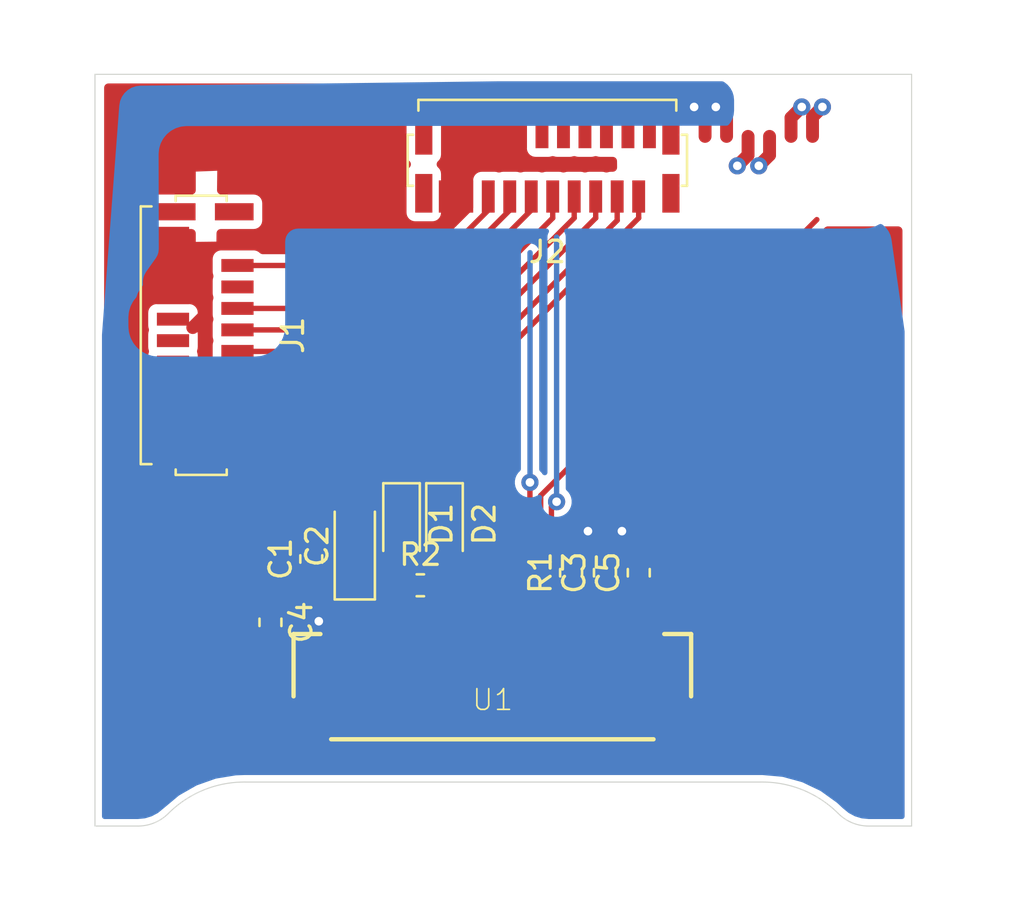
<source format=kicad_pcb>
(kicad_pcb (version 20171130) (host pcbnew 5.1.10-88a1d61d58~90~ubuntu20.04.1)

  (general
    (thickness 1.6)
    (drawings 10)
    (tracks 97)
    (zones 0)
    (modules 12)
    (nets 26)
  )

  (page A4)
  (layers
    (0 F.Cu signal)
    (31 B.Cu signal)
    (32 B.Adhes user)
    (33 F.Adhes user)
    (34 B.Paste user)
    (35 F.Paste user)
    (36 B.SilkS user)
    (37 F.SilkS user)
    (38 B.Mask user)
    (39 F.Mask user hide)
    (40 Dwgs.User user)
    (41 Cmts.User user)
    (42 Eco1.User user)
    (43 Eco2.User user)
    (44 Edge.Cuts user)
    (45 Margin user)
    (46 B.CrtYd user)
    (47 F.CrtYd user)
    (48 B.Fab user)
    (49 F.Fab user hide)
  )

  (setup
    (last_trace_width 0.25)
    (user_trace_width 0.6)
    (trace_clearance 0.2)
    (zone_clearance 0.4)
    (zone_45_only no)
    (trace_min 0.2)
    (via_size 0.8)
    (via_drill 0.4)
    (via_min_size 0.4)
    (via_min_drill 0.3)
    (uvia_size 0.3)
    (uvia_drill 0.1)
    (uvias_allowed no)
    (uvia_min_size 0.2)
    (uvia_min_drill 0.1)
    (edge_width 0.05)
    (segment_width 0.2)
    (pcb_text_width 0.3)
    (pcb_text_size 1.5 1.5)
    (mod_edge_width 0.12)
    (mod_text_size 1 1)
    (mod_text_width 0.15)
    (pad_size 1.524 1.524)
    (pad_drill 0.762)
    (pad_to_mask_clearance 0.05)
    (aux_axis_origin 123.01 67.31)
    (grid_origin 123.01 67.31)
    (visible_elements 7FFFFFFF)
    (pcbplotparams
      (layerselection 0x010cc_ffffffff)
      (usegerberextensions true)
      (usegerberattributes false)
      (usegerberadvancedattributes false)
      (creategerberjobfile false)
      (excludeedgelayer true)
      (linewidth 0.100000)
      (plotframeref false)
      (viasonmask false)
      (mode 1)
      (useauxorigin true)
      (hpglpennumber 1)
      (hpglpenspeed 20)
      (hpglpendiameter 15.000000)
      (psnegative false)
      (psa4output false)
      (plotreference false)
      (plotvalue false)
      (plotinvisibletext false)
      (padsonsilk false)
      (subtractmaskfromsilk false)
      (outputformat 1)
      (mirror false)
      (drillshape 0)
      (scaleselection 1)
      (outputdirectory "../../Gerbers/D2/"))
  )

  (net 0 "")
  (net 1 GND)
  (net 2 13V)
  (net 3 "Net-(C2-Pad1)")
  (net 4 "Net-(C3-Pad1)")
  (net 5 +3V3)
  (net 6 "Net-(C5-Pad1)")
  (net 7 "Net-(D1-Pad2)")
  (net 8 "Net-(D2-Pad2)")
  (net 9 RST)
  (net 10 DC)
  (net 11 CLK)
  (net 12 MOSI)
  (net 13 Display6_CS)
  (net 14 "Net-(R1-Pad1)")
  (net 15 "Net-(R2-Pad1)")
  (net 16 "Net-(U1-Pad29)")
  (net 17 "Net-(U1-Pad24)")
  (net 18 "Net-(U1-Pad23)")
  (net 19 Display2_CS)
  (net 20 "Net-(U1-Pad12)")
  (net 21 "Net-(U1-Pad6)")
  (net 22 "Net-(U1-Pad25)")
  (net 23 Display5_CS)
  (net 24 Display4_CS)
  (net 25 Display3_CS)

  (net_class Default "This is the default net class."
    (clearance 0.2)
    (trace_width 0.25)
    (via_dia 0.8)
    (via_drill 0.4)
    (uvia_dia 0.3)
    (uvia_drill 0.1)
    (add_net +3V3)
    (add_net 13V)
    (add_net CLK)
    (add_net DC)
    (add_net Display2_CS)
    (add_net Display3_CS)
    (add_net Display4_CS)
    (add_net Display5_CS)
    (add_net Display6_CS)
    (add_net GND)
    (add_net MOSI)
    (add_net "Net-(C2-Pad1)")
    (add_net "Net-(C3-Pad1)")
    (add_net "Net-(C5-Pad1)")
    (add_net "Net-(D1-Pad2)")
    (add_net "Net-(D2-Pad2)")
    (add_net "Net-(R1-Pad1)")
    (add_net "Net-(R2-Pad1)")
    (add_net "Net-(U1-Pad12)")
    (add_net "Net-(U1-Pad23)")
    (add_net "Net-(U1-Pad24)")
    (add_net "Net-(U1-Pad25)")
    (add_net "Net-(U1-Pad29)")
    (add_net "Net-(U1-Pad6)")
    (add_net RST)
  )

  (module "D1(Motherboard):FH12-20S-0.5SVA" locked (layer F.Cu) (tedit 60DCCA18) (tstamp 60DD7654)
    (at 125.06 54 180)
    (path /5F705B16)
    (fp_text reference J2 (at 0 -4.075) (layer F.SilkS)
      (effects (font (size 1 1) (thickness 0.15)))
    )
    (fp_text value Conn_01x20_Female (at 0 -5.6) (layer F.Fab)
      (effects (font (size 1 1) (thickness 0.15)))
    )
    (fp_line (start -6.5 -1) (end -6.25 -1) (layer F.SilkS) (width 0.12))
    (fp_line (start -6.5 1.375) (end -6.5 -1) (layer F.SilkS) (width 0.12))
    (fp_line (start -6.25 1.375) (end -6.5 1.375) (layer F.SilkS) (width 0.12))
    (fp_line (start 6.5 -1) (end 6.25 -1) (layer F.SilkS) (width 0.12))
    (fp_line (start 6.5 1.375) (end 6.5 -1) (layer F.SilkS) (width 0.12))
    (fp_line (start 6.25 1.375) (end 6.5 1.375) (layer F.SilkS) (width 0.12))
    (fp_line (start -6 3) (end -6 2.5) (layer F.SilkS) (width 0.12))
    (fp_line (start 6 3) (end -6 3) (layer F.SilkS) (width 0.12))
    (fp_line (start 6 2.5) (end 6 3) (layer F.SilkS) (width 0.12))
    (pad NC smd rect (at 5.75 1.35 180) (size 0.8 1.8) (layers F.Cu F.Paste F.Mask))
    (pad NC smd rect (at 5.75 -1.35 180) (size 0.8 1.8) (layers F.Cu F.Paste F.Mask))
    (pad NC smd rect (at -5.75 -1.35 180) (size 0.8 1.8) (layers F.Cu F.Paste F.Mask))
    (pad NC smd rect (at -5.75 1.35 180) (size 0.8 1.8) (layers F.Cu F.Paste F.Mask))
    (pad 1 smd rect (at -4.75 1.5 180) (size 0.6 1.5) (layers F.Cu F.Paste F.Mask)
      (net 2 13V))
    (pad 3 smd rect (at -3.75 1.5 180) (size 0.6 1.5) (layers F.Cu F.Paste F.Mask)
      (net 2 13V))
    (pad 5 smd rect (at -2.75 1.5 180) (size 0.6 1.5) (layers F.Cu F.Paste F.Mask)
      (net 2 13V))
    (pad 7 smd rect (at -1.75 1.5 180) (size 0.6 1.5) (layers F.Cu F.Paste F.Mask)
      (net 5 +3V3))
    (pad 9 smd rect (at -0.75 1.5 180) (size 0.6 1.5) (layers F.Cu F.Paste F.Mask)
      (net 5 +3V3))
    (pad 11 smd rect (at 0.25 1.5 180) (size 0.6 1.5) (layers F.Cu F.Paste F.Mask)
      (net 5 +3V3))
    (pad 13 smd rect (at 1.25 1.5 180) (size 0.6 1.5) (layers F.Cu F.Paste F.Mask)
      (net 1 GND))
    (pad 15 smd rect (at 2.25 1.5 180) (size 0.6 1.5) (layers F.Cu F.Paste F.Mask)
      (net 1 GND))
    (pad 17 smd rect (at 3.25 1.5 180) (size 0.6 1.5) (layers F.Cu F.Paste F.Mask)
      (net 1 GND))
    (pad 19 smd rect (at 4.25 1.5 180) (size 0.6 1.5) (layers F.Cu F.Paste F.Mask)
      (net 1 GND))
    (pad 20 smd rect (at 4.75 -1.5 180) (size 0.6 1.5) (layers F.Cu F.Paste F.Mask)
      (net 1 GND))
    (pad 18 smd rect (at 3.75 -1.5 180) (size 0.6 1.5) (layers F.Cu F.Paste F.Mask)
      (net 1 GND))
    (pad 16 smd rect (at 2.75 -1.5 180) (size 0.6 1.5) (layers F.Cu F.Paste F.Mask)
      (net 9 RST))
    (pad 14 smd rect (at 1.75 -1.5 180) (size 0.6 1.5) (layers F.Cu F.Paste F.Mask)
      (net 25 Display3_CS))
    (pad 12 smd rect (at 0.75 -1.5 180) (size 0.6 1.5) (layers F.Cu F.Paste F.Mask)
      (net 24 Display4_CS))
    (pad 10 smd rect (at -0.25 -1.5 180) (size 0.6 1.5) (layers F.Cu F.Paste F.Mask)
      (net 23 Display5_CS))
    (pad 8 smd rect (at -1.25 -1.5 180) (size 0.6 1.5) (layers F.Cu F.Paste F.Mask)
      (net 13 Display6_CS))
    (pad 6 smd rect (at -2.25 -1.5 180) (size 0.6 1.5) (layers F.Cu F.Paste F.Mask)
      (net 10 DC))
    (pad 4 smd rect (at -3.25 -1.5 180) (size 0.6 1.5) (layers F.Cu F.Paste F.Mask)
      (net 12 MOSI))
    (pad 2 smd rect (at -4.25 -1.5 180) (size 0.6 1.5) (layers F.Cu F.Paste F.Mask)
      (net 11 CLK))
    (model "C:/Users/Benjamin/Desktop/KiCAD Projects/OLED Cube/Resources/Wire-to-Board Connectors/687320124422 (rev1).stp"
      (offset (xyz 0 0 1.5))
      (scale (xyz 1 1 1))
      (rotate (xyz 0 0 0))
    )
    (model "/home/benjamin/Documents/KiCAD Projects/OLED Cube/Resources/Wire-to-Board Connectors/FH12-20S-0.5SV.stp"
      (offset (xyz -15.9 9 0.5))
      (scale (xyz 1 1 1))
      (rotate (xyz -90 0 90))
    )
  )

  (module "D1(Motherboard):FH12-20S-0.5SVA" locked (layer F.Cu) (tedit 60DCCA18) (tstamp 5F6FA820)
    (at 109.14 61.96 270)
    (path /5F6F78B8)
    (fp_text reference J1 (at 0 -4.075 90) (layer F.SilkS)
      (effects (font (size 1 1) (thickness 0.15)))
    )
    (fp_text value Conn_01x20_Female (at 0 -5.6 90) (layer F.Fab)
      (effects (font (size 1 1) (thickness 0.15)))
    )
    (fp_line (start -6.5 -1) (end -6.25 -1) (layer F.SilkS) (width 0.12))
    (fp_line (start -6.5 1.375) (end -6.5 -1) (layer F.SilkS) (width 0.12))
    (fp_line (start -6.25 1.375) (end -6.5 1.375) (layer F.SilkS) (width 0.12))
    (fp_line (start 6.5 -1) (end 6.25 -1) (layer F.SilkS) (width 0.12))
    (fp_line (start 6.5 1.375) (end 6.5 -1) (layer F.SilkS) (width 0.12))
    (fp_line (start 6.25 1.375) (end 6.5 1.375) (layer F.SilkS) (width 0.12))
    (fp_line (start -6 3) (end -6 2.5) (layer F.SilkS) (width 0.12))
    (fp_line (start 6 3) (end -6 3) (layer F.SilkS) (width 0.12))
    (fp_line (start 6 2.5) (end 6 3) (layer F.SilkS) (width 0.12))
    (pad NC smd rect (at 5.75 1.35 270) (size 0.8 1.8) (layers F.Cu F.Paste F.Mask))
    (pad NC smd rect (at 5.75 -1.35 270) (size 0.8 1.8) (layers F.Cu F.Paste F.Mask))
    (pad NC smd rect (at -5.75 -1.35 270) (size 0.8 1.8) (layers F.Cu F.Paste F.Mask))
    (pad NC smd rect (at -5.75 1.35 270) (size 0.8 1.8) (layers F.Cu F.Paste F.Mask))
    (pad 1 smd rect (at -4.75 1.5 270) (size 0.6 1.5) (layers F.Cu F.Paste F.Mask)
      (net 1 GND))
    (pad 3 smd rect (at -3.75 1.5 270) (size 0.6 1.5) (layers F.Cu F.Paste F.Mask)
      (net 1 GND))
    (pad 5 smd rect (at -2.75 1.5 270) (size 0.6 1.5) (layers F.Cu F.Paste F.Mask)
      (net 1 GND))
    (pad 7 smd rect (at -1.75 1.5 270) (size 0.6 1.5) (layers F.Cu F.Paste F.Mask)
      (net 1 GND))
    (pad 9 smd rect (at -0.75 1.5 270) (size 0.6 1.5) (layers F.Cu F.Paste F.Mask)
      (net 5 +3V3))
    (pad 11 smd rect (at 0.25 1.5 270) (size 0.6 1.5) (layers F.Cu F.Paste F.Mask)
      (net 5 +3V3))
    (pad 13 smd rect (at 1.25 1.5 270) (size 0.6 1.5) (layers F.Cu F.Paste F.Mask)
      (net 5 +3V3))
    (pad 15 smd rect (at 2.25 1.5 270) (size 0.6 1.5) (layers F.Cu F.Paste F.Mask)
      (net 2 13V))
    (pad 17 smd rect (at 3.25 1.5 270) (size 0.6 1.5) (layers F.Cu F.Paste F.Mask)
      (net 2 13V))
    (pad 19 smd rect (at 4.25 1.5 270) (size 0.6 1.5) (layers F.Cu F.Paste F.Mask)
      (net 2 13V))
    (pad 20 smd rect (at 4.75 -1.5 270) (size 0.6 1.5) (layers F.Cu F.Paste F.Mask)
      (net 11 CLK))
    (pad 18 smd rect (at 3.75 -1.5 270) (size 0.6 1.5) (layers F.Cu F.Paste F.Mask)
      (net 12 MOSI))
    (pad 16 smd rect (at 2.75 -1.5 270) (size 0.6 1.5) (layers F.Cu F.Paste F.Mask)
      (net 10 DC))
    (pad 14 smd rect (at 1.75 -1.5 270) (size 0.6 1.5) (layers F.Cu F.Paste F.Mask)
      (net 13 Display6_CS))
    (pad 12 smd rect (at 0.75 -1.5 270) (size 0.6 1.5) (layers F.Cu F.Paste F.Mask)
      (net 23 Display5_CS))
    (pad 10 smd rect (at -0.25 -1.5 270) (size 0.6 1.5) (layers F.Cu F.Paste F.Mask)
      (net 24 Display4_CS))
    (pad 8 smd rect (at -1.25 -1.5 270) (size 0.6 1.5) (layers F.Cu F.Paste F.Mask)
      (net 25 Display3_CS))
    (pad 6 smd rect (at -2.25 -1.5 270) (size 0.6 1.5) (layers F.Cu F.Paste F.Mask)
      (net 19 Display2_CS))
    (pad 4 smd rect (at -3.25 -1.5 270) (size 0.6 1.5) (layers F.Cu F.Paste F.Mask)
      (net 9 RST))
    (pad 2 smd rect (at -4.25 -1.5 270) (size 0.6 1.5) (layers F.Cu F.Paste F.Mask)
      (net 1 GND))
    (model "C:/Users/Benjamin/Desktop/KiCAD Projects/OLED Cube/Resources/Wire-to-Board Connectors/687320124422 (rev1).stp"
      (offset (xyz 0 0 1.5))
      (scale (xyz 1 1 1))
      (rotate (xyz 0 0 0))
    )
    (model "/home/benjamin/Documents/KiCAD Projects/OLED Cube/Resources/Wire-to-Board Connectors/FH12-20S-0.5SV.stp"
      (offset (xyz -15.9 9 0.5))
      (scale (xyz 1 1 1))
      (rotate (xyz -90 0 90))
    )
  )

  (module "D1(Motherboard):FPC_XF2M-3015-1A" (layer F.Cu) (tedit 5F6CAD16) (tstamp 5F6FBA91)
    (at 122.5 78.5 180)
    (descr "<b>30-Pin 0.5mm FPC</b> Top+Bottom - OMRON - XF2M-3015-1A")
    (path /5F7061B4)
    (attr smd)
    (fp_text reference U1 (at 1 -1) (layer F.SilkS)
      (effects (font (size 0.9652 0.9652) (thickness 0.077216)) (justify left bottom))
    )
    (fp_text value 4DOLED-282815 (at 6.1 0.4) (layer F.Fab)
      (effects (font (size 0.9652 0.9652) (thickness 0.077216)) (justify left bottom))
    )
    (fp_line (start -9.25 -2.27) (end -9.25 2.63) (layer F.Fab) (width 0.127))
    (fp_line (start 9.25 -2.27) (end 9.25 2.63) (layer F.Fab) (width 0.127))
    (fp_line (start 9.25 -0.27) (end 9.25 2.63) (layer F.SilkS) (width 0.2032))
    (fp_line (start -9.25 -0.27) (end -9.25 2.63) (layer F.SilkS) (width 0.2032))
    (fp_line (start 7.5 -2.27) (end -7.5 -2.27) (layer F.SilkS) (width 0.2032))
    (fp_line (start 9.25 -2.27) (end -9.25 -2.27) (layer F.Fab) (width 0.2032))
    (fp_line (start 8 2.63) (end 9.25 2.63) (layer F.SilkS) (width 0.2032))
    (fp_line (start -8 2.63) (end -9.25 2.63) (layer F.SilkS) (width 0.2032))
    (fp_line (start 9.25 2.63) (end -9.25 2.63) (layer F.Fab) (width 0.2032))
    (pad 30 smd rect (at -7.25 2.63) (size 0.25 1.1) (layers F.Cu F.Paste F.Mask)
      (net 1 GND) (solder_mask_margin 0.0762))
    (pad 29 smd rect (at -6.75 2.63) (size 0.25 1.1) (layers F.Cu F.Paste F.Mask)
      (net 16 "Net-(U1-Pad29)") (solder_mask_margin 0.0762))
    (pad 28 smd rect (at -6.25 2.63) (size 0.25 1.1) (layers F.Cu F.Paste F.Mask)
      (net 1 GND) (solder_mask_margin 0.0762))
    (pad 27 smd rect (at -5.75 2.63) (size 0.25 1.1) (layers F.Cu F.Paste F.Mask)
      (net 6 "Net-(C5-Pad1)") (solder_mask_margin 0.0762))
    (pad 26 smd rect (at -5.25 2.63) (size 0.25 1.1) (layers F.Cu F.Paste F.Mask)
      (net 4 "Net-(C3-Pad1)") (solder_mask_margin 0.0762))
    (pad 25 smd rect (at -4.75 2.63) (size 0.25 1.1) (layers F.Cu F.Paste F.Mask)
      (net 22 "Net-(U1-Pad25)") (solder_mask_margin 0.0762))
    (pad 24 smd rect (at -4.25 2.63) (size 0.25 1.1) (layers F.Cu F.Paste F.Mask)
      (net 17 "Net-(U1-Pad24)") (solder_mask_margin 0.0762))
    (pad 23 smd rect (at -3.75 2.63) (size 0.25 1.1) (layers F.Cu F.Paste F.Mask)
      (net 18 "Net-(U1-Pad23)") (solder_mask_margin 0.0762))
    (pad 22 smd rect (at -3.25 2.63) (size 0.25 1.1) (layers F.Cu F.Paste F.Mask)
      (net 14 "Net-(R1-Pad1)") (solder_mask_margin 0.0762))
    (pad 21 smd rect (at -2.75 2.63) (size 0.25 1.1) (layers F.Cu F.Paste F.Mask)
      (net 9 RST) (solder_mask_margin 0.0762))
    (pad 20 smd rect (at -2.25 2.63) (size 0.25 1.1) (layers F.Cu F.Paste F.Mask)
      (net 10 DC) (solder_mask_margin 0.0762))
    (pad 19 smd rect (at -1.75 2.63) (size 0.25 1.1) (layers F.Cu F.Paste F.Mask)
      (net 19 Display2_CS) (solder_mask_margin 0.0762))
    (pad 18 smd rect (at -1.25 2.63) (size 0.25 1.1) (layers F.Cu F.Paste F.Mask)
      (net 1 GND) (solder_mask_margin 0.0762))
    (pad 17 smd rect (at -0.75 2.63) (size 0.25 1.1) (layers F.Cu F.Paste F.Mask)
      (net 1 GND) (solder_mask_margin 0.0762))
    (pad 16 smd rect (at -0.25 2.63) (size 0.25 1.1) (layers F.Cu F.Paste F.Mask)
      (net 1 GND) (solder_mask_margin 0.0762))
    (pad 15 smd rect (at 0.25 2.63) (size 0.25 1.1) (layers F.Cu F.Paste F.Mask)
      (net 1 GND) (solder_mask_margin 0.0762))
    (pad 14 smd rect (at 0.75 2.63) (size 0.25 1.1) (layers F.Cu F.Paste F.Mask)
      (net 11 CLK) (solder_mask_margin 0.0762))
    (pad 13 smd rect (at 1.25 2.63) (size 0.25 1.1) (layers F.Cu F.Paste F.Mask)
      (net 12 MOSI) (solder_mask_margin 0.0762))
    (pad 12 smd rect (at 1.75 2.63) (size 0.25 1.1) (layers F.Cu F.Paste F.Mask)
      (net 20 "Net-(U1-Pad12)") (solder_mask_margin 0.0762))
    (pad 11 smd rect (at 2.25 2.63) (size 0.25 1.1) (layers F.Cu F.Paste F.Mask)
      (net 1 GND) (solder_mask_margin 0.0762))
    (pad 10 smd rect (at 2.75 2.63) (size 0.25 1.1) (layers F.Cu F.Paste F.Mask)
      (net 1 GND) (solder_mask_margin 0.0762))
    (pad 9 smd rect (at 3.25 2.63) (size 0.25 1.1) (layers F.Cu F.Paste F.Mask)
      (net 1 GND) (solder_mask_margin 0.0762))
    (pad 8 smd rect (at 3.75 2.63) (size 0.25 1.1) (layers F.Cu F.Paste F.Mask)
      (net 1 GND) (solder_mask_margin 0.0762))
    (pad 7 smd rect (at 4.25 2.63) (size 0.25 1.1) (layers F.Cu F.Paste F.Mask)
      (net 1 GND) (solder_mask_margin 0.0762))
    (pad 6 smd rect (at 4.75 2.63) (size 0.25 1.1) (layers F.Cu F.Paste F.Mask)
      (net 21 "Net-(U1-Pad6)") (solder_mask_margin 0.0762))
    (pad 5 smd rect (at 5.25 2.63) (size 0.25 1.1) (layers F.Cu F.Paste F.Mask)
      (net 15 "Net-(R2-Pad1)") (solder_mask_margin 0.0762))
    (pad 4 smd rect (at 5.75 2.63) (size 0.25 1.1) (layers F.Cu F.Paste F.Mask)
      (net 5 +3V3) (solder_mask_margin 0.0762))
    (pad 2 smd rect (at 6.75 2.63) (size 0.25 1.1) (layers F.Cu F.Paste F.Mask)
      (net 2 13V) (solder_mask_margin 0.0762))
    (pad 1 smd rect (at 7.25 2.63) (size 0.25 1.1) (layers F.Cu F.Paste F.Mask)
      (net 1 GND) (solder_mask_margin 0.0762))
    (pad 3 smd rect (at 6.25 2.63) (size 0.25 1.1) (layers F.Cu F.Paste F.Mask)
      (net 3 "Net-(C2-Pad1)") (solder_mask_margin 0.0762))
    (pad SUPPORT2 smd rect (at -8.9 -1.27) (size 1.7 1.5) (layers F.Cu F.Paste F.Mask)
      (solder_mask_margin 0.0762))
    (pad SUPPORT1 smd rect (at 8.9 -1.27) (size 1.7 1.5) (layers F.Cu F.Paste F.Mask)
      (solder_mask_margin 0.0762))
    (model "C:/Users/Benjamin/Desktop/KiCAD Projects/OLED Cube/Resources/Wire-to-Board Connectors/XF2M_3015_1A.step"
      (offset (xyz 0 2.25 0))
      (scale (xyz 1 1 1))
      (rotate (xyz -90 0 180))
    )
  )

  (module Capacitor_Tantalum_SMD:CP_EIA-3216-18_Kemet-A_Pad1.58x1.35mm_HandSolder (layer F.Cu) (tedit 5EBA9318) (tstamp 5F6FA798)
    (at 116.1 71.775 90)
    (descr "Tantalum Capacitor SMD Kemet-A (3216-18 Metric), IPC_7351 nominal, (Body size from: http://www.kemet.com/Lists/ProductCatalog/Attachments/253/KEM_TC101_STD.pdf), generated with kicad-footprint-generator")
    (tags "capacitor tantalum")
    (path /5F70A989)
    (attr smd)
    (fp_text reference C2 (at 0 -1.75 90) (layer F.SilkS)
      (effects (font (size 1 1) (thickness 0.15)))
    )
    (fp_text value 4.7u (at 0 1.75 90) (layer F.Fab)
      (effects (font (size 1 1) (thickness 0.15)))
    )
    (fp_line (start 1.6 -0.8) (end -1.2 -0.8) (layer F.Fab) (width 0.1))
    (fp_line (start -1.2 -0.8) (end -1.6 -0.4) (layer F.Fab) (width 0.1))
    (fp_line (start -1.6 -0.4) (end -1.6 0.8) (layer F.Fab) (width 0.1))
    (fp_line (start -1.6 0.8) (end 1.6 0.8) (layer F.Fab) (width 0.1))
    (fp_line (start 1.6 0.8) (end 1.6 -0.8) (layer F.Fab) (width 0.1))
    (fp_line (start 1.6 -0.935) (end -2.485 -0.935) (layer F.SilkS) (width 0.12))
    (fp_line (start -2.485 -0.935) (end -2.485 0.935) (layer F.SilkS) (width 0.12))
    (fp_line (start -2.485 0.935) (end 1.6 0.935) (layer F.SilkS) (width 0.12))
    (fp_line (start -2.48 1.05) (end -2.48 -1.05) (layer F.CrtYd) (width 0.05))
    (fp_line (start -2.48 -1.05) (end 2.48 -1.05) (layer F.CrtYd) (width 0.05))
    (fp_line (start 2.48 -1.05) (end 2.48 1.05) (layer F.CrtYd) (width 0.05))
    (fp_line (start 2.48 1.05) (end -2.48 1.05) (layer F.CrtYd) (width 0.05))
    (fp_text user %R (at 0 0 90) (layer F.Fab)
      (effects (font (size 0.8 0.8) (thickness 0.12)))
    )
    (pad 2 smd roundrect (at 1.4375 0 90) (size 1.575 1.35) (layers F.Cu F.Paste F.Mask) (roundrect_rratio 0.185185)
      (net 1 GND))
    (pad 1 smd roundrect (at -1.4375 0 90) (size 1.575 1.35) (layers F.Cu F.Paste F.Mask) (roundrect_rratio 0.185185)
      (net 3 "Net-(C2-Pad1)"))
    (model ${KISYS3DMOD}/Capacitor_Tantalum_SMD.3dshapes/CP_EIA-3216-18_Kemet-A.wrl
      (at (xyz 0 0 0))
      (scale (xyz 1 1 1))
      (rotate (xyz 0 0 0))
    )
  )

  (module Diode_SMD:D_SOD-323_HandSoldering (layer F.Cu) (tedit 58641869) (tstamp 5F6FA7FB)
    (at 120.275 70.75 270)
    (descr SOD-323)
    (tags SOD-323)
    (path /5F7067CC)
    (attr smd)
    (fp_text reference D2 (at 0 -1.85 90) (layer F.SilkS)
      (effects (font (size 1 1) (thickness 0.15)))
    )
    (fp_text value 1N4148 (at 0.1 1.9 90) (layer F.Fab)
      (effects (font (size 1 1) (thickness 0.15)))
    )
    (fp_line (start -1.9 -0.85) (end -1.9 0.85) (layer F.SilkS) (width 0.12))
    (fp_line (start 0.2 0) (end 0.45 0) (layer F.Fab) (width 0.1))
    (fp_line (start 0.2 0.35) (end -0.3 0) (layer F.Fab) (width 0.1))
    (fp_line (start 0.2 -0.35) (end 0.2 0.35) (layer F.Fab) (width 0.1))
    (fp_line (start -0.3 0) (end 0.2 -0.35) (layer F.Fab) (width 0.1))
    (fp_line (start -0.3 0) (end -0.5 0) (layer F.Fab) (width 0.1))
    (fp_line (start -0.3 -0.35) (end -0.3 0.35) (layer F.Fab) (width 0.1))
    (fp_line (start -0.9 0.7) (end -0.9 -0.7) (layer F.Fab) (width 0.1))
    (fp_line (start 0.9 0.7) (end -0.9 0.7) (layer F.Fab) (width 0.1))
    (fp_line (start 0.9 -0.7) (end 0.9 0.7) (layer F.Fab) (width 0.1))
    (fp_line (start -0.9 -0.7) (end 0.9 -0.7) (layer F.Fab) (width 0.1))
    (fp_line (start -2 -0.95) (end 2 -0.95) (layer F.CrtYd) (width 0.05))
    (fp_line (start 2 -0.95) (end 2 0.95) (layer F.CrtYd) (width 0.05))
    (fp_line (start -2 0.95) (end 2 0.95) (layer F.CrtYd) (width 0.05))
    (fp_line (start -2 -0.95) (end -2 0.95) (layer F.CrtYd) (width 0.05))
    (fp_line (start -1.9 0.85) (end 1.25 0.85) (layer F.SilkS) (width 0.12))
    (fp_line (start -1.9 -0.85) (end 1.25 -0.85) (layer F.SilkS) (width 0.12))
    (fp_text user %R (at 0 -1.85 90) (layer F.Fab)
      (effects (font (size 1 1) (thickness 0.15)))
    )
    (pad 2 smd rect (at 1.25 0 270) (size 1 1) (layers F.Cu F.Paste F.Mask)
      (net 8 "Net-(D2-Pad2)"))
    (pad 1 smd rect (at -1.25 0 270) (size 1 1) (layers F.Cu F.Paste F.Mask)
      (net 7 "Net-(D1-Pad2)"))
    (model ${KISYS3DMOD}/Diode_SMD.3dshapes/D_SOD-323.wrl
      (at (xyz 0 0 0))
      (scale (xyz 1 1 1))
      (rotate (xyz 0 0 0))
    )
  )

  (module Diode_SMD:D_SOD-323_HandSoldering (layer F.Cu) (tedit 58641869) (tstamp 5F6FA7E3)
    (at 118.275 70.75 270)
    (descr SOD-323)
    (tags SOD-323)
    (path /5F7128B0)
    (attr smd)
    (fp_text reference D1 (at 0 -1.85 90) (layer F.SilkS)
      (effects (font (size 1 1) (thickness 0.15)))
    )
    (fp_text value 1N4148 (at 0.1 1.9 90) (layer F.Fab)
      (effects (font (size 1 1) (thickness 0.15)))
    )
    (fp_line (start -1.9 -0.85) (end -1.9 0.85) (layer F.SilkS) (width 0.12))
    (fp_line (start 0.2 0) (end 0.45 0) (layer F.Fab) (width 0.1))
    (fp_line (start 0.2 0.35) (end -0.3 0) (layer F.Fab) (width 0.1))
    (fp_line (start 0.2 -0.35) (end 0.2 0.35) (layer F.Fab) (width 0.1))
    (fp_line (start -0.3 0) (end 0.2 -0.35) (layer F.Fab) (width 0.1))
    (fp_line (start -0.3 0) (end -0.5 0) (layer F.Fab) (width 0.1))
    (fp_line (start -0.3 -0.35) (end -0.3 0.35) (layer F.Fab) (width 0.1))
    (fp_line (start -0.9 0.7) (end -0.9 -0.7) (layer F.Fab) (width 0.1))
    (fp_line (start 0.9 0.7) (end -0.9 0.7) (layer F.Fab) (width 0.1))
    (fp_line (start 0.9 -0.7) (end 0.9 0.7) (layer F.Fab) (width 0.1))
    (fp_line (start -0.9 -0.7) (end 0.9 -0.7) (layer F.Fab) (width 0.1))
    (fp_line (start -2 -0.95) (end 2 -0.95) (layer F.CrtYd) (width 0.05))
    (fp_line (start 2 -0.95) (end 2 0.95) (layer F.CrtYd) (width 0.05))
    (fp_line (start -2 0.95) (end 2 0.95) (layer F.CrtYd) (width 0.05))
    (fp_line (start -2 -0.95) (end -2 0.95) (layer F.CrtYd) (width 0.05))
    (fp_line (start -1.9 0.85) (end 1.25 0.85) (layer F.SilkS) (width 0.12))
    (fp_line (start -1.9 -0.85) (end 1.25 -0.85) (layer F.SilkS) (width 0.12))
    (fp_text user %R (at 0 -1.85 90) (layer F.Fab)
      (effects (font (size 1 1) (thickness 0.15)))
    )
    (pad 2 smd rect (at 1.25 0 270) (size 1 1) (layers F.Cu F.Paste F.Mask)
      (net 7 "Net-(D1-Pad2)"))
    (pad 1 smd rect (at -1.25 0 270) (size 1 1) (layers F.Cu F.Paste F.Mask)
      (net 1 GND))
    (model ${KISYS3DMOD}/Diode_SMD.3dshapes/D_SOD-323.wrl
      (at (xyz 0 0 0))
      (scale (xyz 1 1 1))
      (rotate (xyz 0 0 0))
    )
  )

  (module Resistor_SMD:R_0603_1608Metric_Pad1.05x0.95mm_HandSolder placed (layer F.Cu) (tedit 5B301BBD) (tstamp 5F6FA867)
    (at 119.15 73.6)
    (descr "Resistor SMD 0603 (1608 Metric), square (rectangular) end terminal, IPC_7351 nominal with elongated pad for handsoldering. (Body size source: http://www.tortai-tech.com/upload/download/2011102023233369053.pdf), generated with kicad-footprint-generator")
    (tags "resistor handsolder")
    (path /5F7078FF)
    (attr smd)
    (fp_text reference R2 (at 0 -1.43) (layer F.SilkS)
      (effects (font (size 1 1) (thickness 0.15)))
    )
    (fp_text value 50R (at 0 1.43) (layer F.Fab)
      (effects (font (size 1 1) (thickness 0.15)))
    )
    (fp_line (start -0.8 0.4) (end -0.8 -0.4) (layer F.Fab) (width 0.1))
    (fp_line (start -0.8 -0.4) (end 0.8 -0.4) (layer F.Fab) (width 0.1))
    (fp_line (start 0.8 -0.4) (end 0.8 0.4) (layer F.Fab) (width 0.1))
    (fp_line (start 0.8 0.4) (end -0.8 0.4) (layer F.Fab) (width 0.1))
    (fp_line (start -0.171267 -0.51) (end 0.171267 -0.51) (layer F.SilkS) (width 0.12))
    (fp_line (start -0.171267 0.51) (end 0.171267 0.51) (layer F.SilkS) (width 0.12))
    (fp_line (start -1.65 0.73) (end -1.65 -0.73) (layer F.CrtYd) (width 0.05))
    (fp_line (start -1.65 -0.73) (end 1.65 -0.73) (layer F.CrtYd) (width 0.05))
    (fp_line (start 1.65 -0.73) (end 1.65 0.73) (layer F.CrtYd) (width 0.05))
    (fp_line (start 1.65 0.73) (end -1.65 0.73) (layer F.CrtYd) (width 0.05))
    (fp_text user %R (at 0 0) (layer F.Fab)
      (effects (font (size 0.4 0.4) (thickness 0.06)))
    )
    (pad 2 smd roundrect (at 0.875 0) (size 1.05 0.95) (layers F.Cu F.Paste F.Mask) (roundrect_rratio 0.25)
      (net 8 "Net-(D2-Pad2)"))
    (pad 1 smd roundrect (at -0.875 0) (size 1.05 0.95) (layers F.Cu F.Paste F.Mask) (roundrect_rratio 0.25)
      (net 15 "Net-(R2-Pad1)"))
    (model ${KISYS3DMOD}/Resistor_SMD.3dshapes/R_0603_1608Metric.wrl
      (at (xyz 0 0 0))
      (scale (xyz 1 1 1))
      (rotate (xyz 0 0 0))
    )
  )

  (module Resistor_SMD:R_0603_1608Metric_Pad1.05x0.95mm_HandSolder placed (layer F.Cu) (tedit 5B301BBD) (tstamp 5F6FA856)
    (at 126.165 73.015 90)
    (descr "Resistor SMD 0603 (1608 Metric), square (rectangular) end terminal, IPC_7351 nominal with elongated pad for handsoldering. (Body size source: http://www.tortai-tech.com/upload/download/2011102023233369053.pdf), generated with kicad-footprint-generator")
    (tags "resistor handsolder")
    (path /5F7351EB)
    (attr smd)
    (fp_text reference R1 (at 0 -1.43 90) (layer F.SilkS)
      (effects (font (size 1 1) (thickness 0.15)))
    )
    (fp_text value 560k (at 0 1.43 90) (layer F.Fab)
      (effects (font (size 1 1) (thickness 0.15)))
    )
    (fp_line (start -0.8 0.4) (end -0.8 -0.4) (layer F.Fab) (width 0.1))
    (fp_line (start -0.8 -0.4) (end 0.8 -0.4) (layer F.Fab) (width 0.1))
    (fp_line (start 0.8 -0.4) (end 0.8 0.4) (layer F.Fab) (width 0.1))
    (fp_line (start 0.8 0.4) (end -0.8 0.4) (layer F.Fab) (width 0.1))
    (fp_line (start -0.171267 -0.51) (end 0.171267 -0.51) (layer F.SilkS) (width 0.12))
    (fp_line (start -0.171267 0.51) (end 0.171267 0.51) (layer F.SilkS) (width 0.12))
    (fp_line (start -1.65 0.73) (end -1.65 -0.73) (layer F.CrtYd) (width 0.05))
    (fp_line (start -1.65 -0.73) (end 1.65 -0.73) (layer F.CrtYd) (width 0.05))
    (fp_line (start 1.65 -0.73) (end 1.65 0.73) (layer F.CrtYd) (width 0.05))
    (fp_line (start 1.65 0.73) (end -1.65 0.73) (layer F.CrtYd) (width 0.05))
    (fp_text user %R (at 0 0 90) (layer F.Fab)
      (effects (font (size 0.4 0.4) (thickness 0.06)))
    )
    (pad 2 smd roundrect (at 0.875 0 90) (size 1.05 0.95) (layers F.Cu F.Paste F.Mask) (roundrect_rratio 0.25)
      (net 1 GND))
    (pad 1 smd roundrect (at -0.875 0 90) (size 1.05 0.95) (layers F.Cu F.Paste F.Mask) (roundrect_rratio 0.25)
      (net 14 "Net-(R1-Pad1)"))
    (model ${KISYS3DMOD}/Resistor_SMD.3dshapes/R_0603_1608Metric.wrl
      (at (xyz 0 0 0))
      (scale (xyz 1 1 1))
      (rotate (xyz 0 0 0))
    )
  )

  (module Capacitor_SMD:C_0603_1608Metric_Pad1.05x0.95mm_HandSolder placed (layer F.Cu) (tedit 5B301BBE) (tstamp 5F6FA7CB)
    (at 129.315 73.015 90)
    (descr "Capacitor SMD 0603 (1608 Metric), square (rectangular) end terminal, IPC_7351 nominal with elongated pad for handsoldering. (Body size source: http://www.tortai-tech.com/upload/download/2011102023233369053.pdf), generated with kicad-footprint-generator")
    (tags "capacitor handsolder")
    (path /5F730DDB)
    (attr smd)
    (fp_text reference C5 (at 0 -1.43 90) (layer F.SilkS)
      (effects (font (size 1 1) (thickness 0.15)))
    )
    (fp_text value 10u (at 0 1.43 90) (layer F.Fab)
      (effects (font (size 1 1) (thickness 0.15)))
    )
    (fp_line (start -0.8 0.4) (end -0.8 -0.4) (layer F.Fab) (width 0.1))
    (fp_line (start -0.8 -0.4) (end 0.8 -0.4) (layer F.Fab) (width 0.1))
    (fp_line (start 0.8 -0.4) (end 0.8 0.4) (layer F.Fab) (width 0.1))
    (fp_line (start 0.8 0.4) (end -0.8 0.4) (layer F.Fab) (width 0.1))
    (fp_line (start -0.171267 -0.51) (end 0.171267 -0.51) (layer F.SilkS) (width 0.12))
    (fp_line (start -0.171267 0.51) (end 0.171267 0.51) (layer F.SilkS) (width 0.12))
    (fp_line (start -1.65 0.73) (end -1.65 -0.73) (layer F.CrtYd) (width 0.05))
    (fp_line (start -1.65 -0.73) (end 1.65 -0.73) (layer F.CrtYd) (width 0.05))
    (fp_line (start 1.65 -0.73) (end 1.65 0.73) (layer F.CrtYd) (width 0.05))
    (fp_line (start 1.65 0.73) (end -1.65 0.73) (layer F.CrtYd) (width 0.05))
    (fp_text user %R (at 0 0 90) (layer F.Fab)
      (effects (font (size 0.4 0.4) (thickness 0.06)))
    )
    (pad 2 smd roundrect (at 0.875 0 90) (size 1.05 0.95) (layers F.Cu F.Paste F.Mask) (roundrect_rratio 0.25)
      (net 1 GND))
    (pad 1 smd roundrect (at -0.875 0 90) (size 1.05 0.95) (layers F.Cu F.Paste F.Mask) (roundrect_rratio 0.25)
      (net 6 "Net-(C5-Pad1)"))
    (model ${KISYS3DMOD}/Capacitor_SMD.3dshapes/C_0603_1608Metric.wrl
      (at (xyz 0 0 0))
      (scale (xyz 1 1 1))
      (rotate (xyz 0 0 0))
    )
  )

  (module Capacitor_SMD:C_0603_1608Metric_Pad1.05x0.95mm_HandSolder placed (layer F.Cu) (tedit 5B301BBE) (tstamp 5F6FA7BA)
    (at 112.175 75.324999 270)
    (descr "Capacitor SMD 0603 (1608 Metric), square (rectangular) end terminal, IPC_7351 nominal with elongated pad for handsoldering. (Body size source: http://www.tortai-tech.com/upload/download/2011102023233369053.pdf), generated with kicad-footprint-generator")
    (tags "capacitor handsolder")
    (path /5F70A69C)
    (attr smd)
    (fp_text reference C4 (at 0 -1.43 90) (layer F.SilkS)
      (effects (font (size 1 1) (thickness 0.15)))
    )
    (fp_text value 1u (at 0 1.43 90) (layer F.Fab)
      (effects (font (size 1 1) (thickness 0.15)))
    )
    (fp_line (start -0.8 0.4) (end -0.8 -0.4) (layer F.Fab) (width 0.1))
    (fp_line (start -0.8 -0.4) (end 0.8 -0.4) (layer F.Fab) (width 0.1))
    (fp_line (start 0.8 -0.4) (end 0.8 0.4) (layer F.Fab) (width 0.1))
    (fp_line (start 0.8 0.4) (end -0.8 0.4) (layer F.Fab) (width 0.1))
    (fp_line (start -0.171267 -0.51) (end 0.171267 -0.51) (layer F.SilkS) (width 0.12))
    (fp_line (start -0.171267 0.51) (end 0.171267 0.51) (layer F.SilkS) (width 0.12))
    (fp_line (start -1.65 0.73) (end -1.65 -0.73) (layer F.CrtYd) (width 0.05))
    (fp_line (start -1.65 -0.73) (end 1.65 -0.73) (layer F.CrtYd) (width 0.05))
    (fp_line (start 1.65 -0.73) (end 1.65 0.73) (layer F.CrtYd) (width 0.05))
    (fp_line (start 1.65 0.73) (end -1.65 0.73) (layer F.CrtYd) (width 0.05))
    (fp_text user %R (at 0 0 90) (layer F.Fab)
      (effects (font (size 0.4 0.4) (thickness 0.06)))
    )
    (pad 2 smd roundrect (at 0.875 0 270) (size 1.05 0.95) (layers F.Cu F.Paste F.Mask) (roundrect_rratio 0.25)
      (net 1 GND))
    (pad 1 smd roundrect (at -0.875 0 270) (size 1.05 0.95) (layers F.Cu F.Paste F.Mask) (roundrect_rratio 0.25)
      (net 5 +3V3))
    (model ${KISYS3DMOD}/Capacitor_SMD.3dshapes/C_0603_1608Metric.wrl
      (at (xyz 0 0 0))
      (scale (xyz 1 1 1))
      (rotate (xyz 0 0 0))
    )
  )

  (module Capacitor_SMD:C_0603_1608Metric_Pad1.05x0.95mm_HandSolder placed (layer F.Cu) (tedit 5B301BBE) (tstamp 5F6FA7A9)
    (at 127.74 73.015 90)
    (descr "Capacitor SMD 0603 (1608 Metric), square (rectangular) end terminal, IPC_7351 nominal with elongated pad for handsoldering. (Body size source: http://www.tortai-tech.com/upload/download/2011102023233369053.pdf), generated with kicad-footprint-generator")
    (tags "capacitor handsolder")
    (path /5F734177)
    (attr smd)
    (fp_text reference C3 (at 0 -1.43 90) (layer F.SilkS)
      (effects (font (size 1 1) (thickness 0.15)))
    )
    (fp_text value 0.1u (at 0 1.43 90) (layer F.Fab)
      (effects (font (size 1 1) (thickness 0.15)))
    )
    (fp_line (start -0.8 0.4) (end -0.8 -0.4) (layer F.Fab) (width 0.1))
    (fp_line (start -0.8 -0.4) (end 0.8 -0.4) (layer F.Fab) (width 0.1))
    (fp_line (start 0.8 -0.4) (end 0.8 0.4) (layer F.Fab) (width 0.1))
    (fp_line (start 0.8 0.4) (end -0.8 0.4) (layer F.Fab) (width 0.1))
    (fp_line (start -0.171267 -0.51) (end 0.171267 -0.51) (layer F.SilkS) (width 0.12))
    (fp_line (start -0.171267 0.51) (end 0.171267 0.51) (layer F.SilkS) (width 0.12))
    (fp_line (start -1.65 0.73) (end -1.65 -0.73) (layer F.CrtYd) (width 0.05))
    (fp_line (start -1.65 -0.73) (end 1.65 -0.73) (layer F.CrtYd) (width 0.05))
    (fp_line (start 1.65 -0.73) (end 1.65 0.73) (layer F.CrtYd) (width 0.05))
    (fp_line (start 1.65 0.73) (end -1.65 0.73) (layer F.CrtYd) (width 0.05))
    (fp_text user %R (at 0 0 90) (layer F.Fab)
      (effects (font (size 0.4 0.4) (thickness 0.06)))
    )
    (pad 2 smd roundrect (at 0.875 0 90) (size 1.05 0.95) (layers F.Cu F.Paste F.Mask) (roundrect_rratio 0.25)
      (net 1 GND))
    (pad 1 smd roundrect (at -0.875 0 90) (size 1.05 0.95) (layers F.Cu F.Paste F.Mask) (roundrect_rratio 0.25)
      (net 4 "Net-(C3-Pad1)"))
    (model ${KISYS3DMOD}/Capacitor_SMD.3dshapes/C_0603_1608Metric.wrl
      (at (xyz 0 0 0))
      (scale (xyz 1 1 1))
      (rotate (xyz 0 0 0))
    )
  )

  (module Capacitor_SMD:C_0603_1608Metric_Pad1.05x0.95mm_HandSolder placed (layer F.Cu) (tedit 5B301BBE) (tstamp 5F6FA787)
    (at 114.075 72.375 90)
    (descr "Capacitor SMD 0603 (1608 Metric), square (rectangular) end terminal, IPC_7351 nominal with elongated pad for handsoldering. (Body size source: http://www.tortai-tech.com/upload/download/2011102023233369053.pdf), generated with kicad-footprint-generator")
    (tags "capacitor handsolder")
    (path /5F709917)
    (attr smd)
    (fp_text reference C1 (at 0 -1.43 90) (layer F.SilkS)
      (effects (font (size 1 1) (thickness 0.15)))
    )
    (fp_text value 10u (at 0 1.43 90) (layer F.Fab)
      (effects (font (size 1 1) (thickness 0.15)))
    )
    (fp_line (start -0.8 0.4) (end -0.8 -0.4) (layer F.Fab) (width 0.1))
    (fp_line (start -0.8 -0.4) (end 0.8 -0.4) (layer F.Fab) (width 0.1))
    (fp_line (start 0.8 -0.4) (end 0.8 0.4) (layer F.Fab) (width 0.1))
    (fp_line (start 0.8 0.4) (end -0.8 0.4) (layer F.Fab) (width 0.1))
    (fp_line (start -0.171267 -0.51) (end 0.171267 -0.51) (layer F.SilkS) (width 0.12))
    (fp_line (start -0.171267 0.51) (end 0.171267 0.51) (layer F.SilkS) (width 0.12))
    (fp_line (start -1.65 0.73) (end -1.65 -0.73) (layer F.CrtYd) (width 0.05))
    (fp_line (start -1.65 -0.73) (end 1.65 -0.73) (layer F.CrtYd) (width 0.05))
    (fp_line (start 1.65 -0.73) (end 1.65 0.73) (layer F.CrtYd) (width 0.05))
    (fp_line (start 1.65 0.73) (end -1.65 0.73) (layer F.CrtYd) (width 0.05))
    (fp_text user %R (at 0 0 90) (layer F.Fab)
      (effects (font (size 0.4 0.4) (thickness 0.06)))
    )
    (pad 2 smd roundrect (at 0.875 0 90) (size 1.05 0.95) (layers F.Cu F.Paste F.Mask) (roundrect_rratio 0.25)
      (net 1 GND))
    (pad 1 smd roundrect (at -0.875 0 90) (size 1.05 0.95) (layers F.Cu F.Paste F.Mask) (roundrect_rratio 0.25)
      (net 2 13V))
    (model ${KISYS3DMOD}/Capacitor_SMD.3dshapes/C_0603_1608Metric.wrl
      (at (xyz 0 0 0))
      (scale (xyz 1 1 1))
      (rotate (xyz 0 0 0))
    )
  )

  (gr_line (start 135.063011 82.760891) (end 110.956985 82.760889) (layer Edge.Cuts) (width 0.05) (tstamp 60DC662B))
  (gr_arc (start 140.009999 82.809999) (end 140.01 84.81) (angle 45) (layer Edge.Cuts) (width 0.05) (tstamp 60DC65D2))
  (gr_arc (start 135.063011 87.756988) (end 135.063011 82.760891) (angle 45) (layer Edge.Cuts) (width 0.05) (tstamp 60DC65D1))
  (gr_arc (start 110.956988 87.756987) (end 110.956988 82.76089) (angle -45) (layer Edge.Cuts) (width 0.05) (tstamp 60DC6593))
  (gr_arc (start 106.01 82.809999) (end 106.01 84.81) (angle -45) (layer Edge.Cuts) (width 0.05))
  (gr_line (start 140.010003 84.81) (end 142.010002 84.81) (layer Edge.Cuts) (width 0.05) (tstamp 60DC6502))
  (gr_line (start 142.010001 49.81) (end 142.010002 84.81) (layer Edge.Cuts) (width 0.05) (tstamp 60DC6393))
  (gr_line (start 104.010001 84.81) (end 106.01 84.81) (layer Edge.Cuts) (width 0.05) (tstamp 5F6FA288))
  (gr_line (start 104.01 49.81) (end 104.010001 84.81) (layer Edge.Cuts) (width 0.05) (tstamp 5F6FA16D))
  (gr_line (start 104.01 49.81) (end 142.010001 49.81) (layer Edge.Cuts) (width 0.05))

  (via (at 114.425 75.275) (size 0.8) (drill 0.4) (layers F.Cu B.Cu) (net 1))
  (segment (start 115.25 75.55) (end 115.25 75.87) (width 0.25) (layer F.Cu) (net 1))
  (segment (start 114.425 75.275) (end 114.975 75.275) (width 0.25) (layer F.Cu) (net 1))
  (segment (start 114.975 75.275) (end 115.25 75.55) (width 0.25) (layer F.Cu) (net 1))
  (segment (start 119.75 75.87) (end 120.124999 75.87) (width 0.6) (layer F.Cu) (net 1))
  (segment (start 118.75 75.87) (end 118.375001 75.87) (width 0.6) (layer F.Cu) (net 1))
  (segment (start 122.75 75.87) (end 122.37501 75.87) (width 0.6) (layer F.Cu) (net 1))
  (segment (start 123.25 75.87) (end 123.62499 75.87) (width 0.6) (layer F.Cu) (net 1))
  (via (at 132.9 51.33) (size 0.8) (drill 0.4) (layers F.Cu B.Cu) (net 1))
  (via (at 131.89 51.33) (size 0.8) (drill 0.4) (layers F.Cu B.Cu) (net 1))
  (segment (start 133.4 51.83) (end 132.9 51.33) (width 0.6) (layer F.Cu) (net 1))
  (segment (start 133.4 52.7) (end 133.4 51.83) (width 0.6) (layer F.Cu) (net 1))
  (segment (start 132.4 51.84) (end 131.89 51.33) (width 0.6) (layer F.Cu) (net 1))
  (segment (start 132.4 52.7) (end 132.4 51.84) (width 0.6) (layer F.Cu) (net 1))
  (segment (start 128.75 75.87) (end 128.75 76.86) (width 0.25) (layer F.Cu) (net 1))
  (segment (start 128.75 76.86) (end 127.47 78.14) (width 0.25) (layer F.Cu) (net 1))
  (segment (start 129.75 75.3) (end 131.475 73.575) (width 0.25) (layer F.Cu) (net 1))
  (segment (start 129.75 75.87) (end 129.75 75.3) (width 0.25) (layer F.Cu) (net 1))
  (via (at 126.95 71.08) (size 0.8) (drill 0.4) (layers F.Cu B.Cu) (net 1))
  (via (at 128.53 71.08) (size 0.8) (drill 0.4) (layers F.Cu B.Cu) (net 1) (tstamp 5FAFF138))
  (segment (start 108.56 61.6) (end 109.05 61.11) (width 0.6) (layer F.Cu) (net 1))
  (segment (start 115.38 74.7) (end 115.325 74.7) (width 0.25) (layer F.Cu) (net 2))
  (segment (start 115.75 75.07) (end 115.38 74.7) (width 0.25) (layer F.Cu) (net 2))
  (segment (start 115.75 75.87) (end 115.75 75.07) (width 0.25) (layer F.Cu) (net 2))
  (via (at 136.9 51.33) (size 0.8) (drill 0.4) (layers F.Cu B.Cu) (net 2))
  (via (at 137.86 51.33) (size 0.8) (drill 0.4) (layers F.Cu B.Cu) (net 2))
  (segment (start 136.4 51.83) (end 136.9 51.33) (width 0.6) (layer F.Cu) (net 2))
  (segment (start 136.4 52.7) (end 136.4 51.83) (width 0.6) (layer F.Cu) (net 2))
  (segment (start 137.4 51.79) (end 137.86 51.33) (width 0.6) (layer F.Cu) (net 2))
  (segment (start 137.4 52.7) (end 137.4 51.79) (width 0.6) (layer F.Cu) (net 2))
  (segment (start 116.25 73.4125) (end 116.1 73.2625) (width 0.25) (layer F.Cu) (net 3))
  (segment (start 116.25 75.87) (end 116.25 73.4125) (width 0.25) (layer F.Cu) (net 3))
  (segment (start 127.75 73.9) (end 127.74 73.89) (width 0.25) (layer F.Cu) (net 4))
  (segment (start 127.75 75.87) (end 127.75 73.9) (width 0.25) (layer F.Cu) (net 4))
  (segment (start 116.75 76.55) (end 116.075 77.225) (width 0.25) (layer F.Cu) (net 5))
  (segment (start 116.75 75.87) (end 116.75 76.55) (width 0.25) (layer F.Cu) (net 5))
  (segment (start 115.029998 77.225) (end 116.075 77.225) (width 0.6) (layer F.Cu) (net 5))
  (segment (start 105.53 67.725002) (end 115.029998 77.225) (width 0.6) (layer F.Cu) (net 5))
  (segment (start 135.4 53.57) (end 134.9 54.07) (width 0.6) (layer F.Cu) (net 5))
  (segment (start 135.4 52.7) (end 135.4 53.57) (width 0.6) (layer F.Cu) (net 5))
  (segment (start 134.4 53.57) (end 133.9 54.07) (width 0.6) (layer F.Cu) (net 5))
  (segment (start 134.4 52.7) (end 134.4 53.57) (width 0.6) (layer F.Cu) (net 5))
  (segment (start 133.9 54.07) (end 133.9 54.07) (width 0.6) (layer F.Cu) (net 5) (tstamp 616C6E51))
  (via (at 133.9 54.07) (size 0.8) (drill 0.4) (layers F.Cu B.Cu) (net 5))
  (segment (start 134.9 54.07) (end 134.9 54.07) (width 0.6) (layer F.Cu) (net 5) (tstamp 616C6E53))
  (via (at 134.9 54.07) (size 0.8) (drill 0.4) (layers F.Cu B.Cu) (net 5))
  (segment (start 128.25 74.955) (end 128.25 75.87) (width 0.25) (layer F.Cu) (net 6))
  (segment (start 129.315 73.89) (end 128.25 74.955) (width 0.25) (layer F.Cu) (net 6))
  (segment (start 119.275 71) (end 118.275 72) (width 0.25) (layer F.Cu) (net 7))
  (segment (start 120.275 69.5) (end 119.275 70.5) (width 0.25) (layer F.Cu) (net 7))
  (segment (start 119.275 70.5) (end 119.275 71) (width 0.25) (layer F.Cu) (net 7))
  (segment (start 120.025 72.25) (end 120.275 72) (width 0.25) (layer F.Cu) (net 8))
  (segment (start 120.025 73.6) (end 120.025 72.25) (width 0.25) (layer F.Cu) (net 8))
  (via (at 125.490153 69.710153) (size 0.8) (drill 0.4) (layers F.Cu B.Cu) (net 9))
  (segment (start 125.25 73.56859) (end 125.25 75.87) (width 0.25) (layer F.Cu) (net 9))
  (segment (start 125.25 69.950306) (end 125.25 73.56859) (width 0.25) (layer F.Cu) (net 9))
  (segment (start 125.490153 69.710153) (end 125.25 69.950306) (width 0.25) (layer F.Cu) (net 9))
  (segment (start 125.490153 69.710153) (end 125.490153 57.390153) (width 0.25) (layer B.Cu) (net 9))
  (segment (start 122.31 56.135002) (end 122.31 55.5) (width 0.25) (layer F.Cu) (net 9))
  (segment (start 119.735002 58.71) (end 122.31 56.135002) (width 0.25) (layer F.Cu) (net 9))
  (segment (start 110.64 58.71) (end 119.735002 58.71) (width 0.25) (layer F.Cu) (net 9))
  (segment (start 124.75 72.75) (end 124.75 75.87) (width 0.25) (layer F.Cu) (net 10))
  (segment (start 137.6 56.575) (end 124.75 69.425) (width 0.25) (layer F.Cu) (net 10))
  (segment (start 124.75 69.425) (end 124.75 72.75) (width 0.25) (layer F.Cu) (net 10))
  (segment (start 127.31 56.5) (end 127.31 55.5) (width 0.25) (layer F.Cu) (net 10))
  (segment (start 119.1 64.71) (end 127.31 56.5) (width 0.25) (layer F.Cu) (net 10))
  (segment (start 110.64 64.71) (end 119.1 64.71) (width 0.25) (layer F.Cu) (net 10))
  (segment (start 121.75 75.87) (end 121.75 72.9) (width 0.25) (layer F.Cu) (net 11))
  (segment (start 121.75 72.9) (end 121.75 72.725) (width 0.25) (layer F.Cu) (net 11))
  (segment (start 110.64 66.71) (end 113.14 66.71) (width 0.25) (layer F.Cu) (net 11))
  (segment (start 119.1 66.71) (end 110.64 66.71) (width 0.25) (layer F.Cu) (net 11))
  (segment (start 129.31 56.5) (end 119.1 66.71) (width 0.25) (layer F.Cu) (net 11))
  (segment (start 129.31 55.5) (end 129.31 56.5) (width 0.25) (layer F.Cu) (net 11))
  (segment (start 121.25 66.25) (end 121.25 75.87) (width 0.25) (layer F.Cu) (net 12))
  (segment (start 128.31 56.61) (end 128.31 55.5) (width 0.25) (layer F.Cu) (net 12))
  (segment (start 119.21 65.71) (end 128.31 56.61) (width 0.25) (layer F.Cu) (net 12))
  (segment (start 110.64 65.71) (end 119.21 65.71) (width 0.25) (layer F.Cu) (net 12))
  (segment (start 126.31 56.5) (end 126.31 55.5) (width 0.25) (layer F.Cu) (net 13))
  (segment (start 119.1 63.71) (end 126.31 56.5) (width 0.25) (layer F.Cu) (net 13))
  (segment (start 110.64 63.71) (end 119.1 63.71) (width 0.25) (layer F.Cu) (net 13))
  (segment (start 125.75 74.305) (end 126.165 73.89) (width 0.25) (layer F.Cu) (net 14))
  (segment (start 125.75 75.87) (end 125.75 74.305) (width 0.25) (layer F.Cu) (net 14))
  (segment (start 117.25 74.625) (end 118.275 73.6) (width 0.25) (layer F.Cu) (net 15))
  (segment (start 117.25 75.87) (end 117.25 74.625) (width 0.25) (layer F.Cu) (net 15))
  (via (at 124.25 68.81) (size 0.8) (drill 0.4) (layers F.Cu B.Cu) (net 19))
  (segment (start 124.25 75.87) (end 124.25 68.81) (width 0.25) (layer F.Cu) (net 19))
  (segment (start 124.25499 68.80501) (end 124.25 68.81) (width 0.25) (layer B.Cu) (net 19))
  (segment (start 124.25499 58.11501) (end 124.25499 68.80501) (width 0.25) (layer B.Cu) (net 19))
  (segment (start 125.31 56.5) (end 125.31 55.5) (width 0.25) (layer F.Cu) (net 23))
  (segment (start 119.1 62.71) (end 125.31 56.5) (width 0.25) (layer F.Cu) (net 23))
  (segment (start 110.64 62.71) (end 119.1 62.71) (width 0.25) (layer F.Cu) (net 23))
  (segment (start 124.31 56.135002) (end 124.31 55.5) (width 0.25) (layer F.Cu) (net 24))
  (segment (start 118.735002 61.71) (end 124.31 56.135002) (width 0.25) (layer F.Cu) (net 24))
  (segment (start 110.64 61.71) (end 118.735002 61.71) (width 0.25) (layer F.Cu) (net 24))
  (segment (start 123.31 56.135002) (end 123.31 55.5) (width 0.25) (layer F.Cu) (net 25))
  (segment (start 118.735002 60.71) (end 123.31 56.135002) (width 0.25) (layer F.Cu) (net 25))
  (segment (start 110.64 60.71) (end 118.735002 60.71) (width 0.25) (layer F.Cu) (net 25))

  (zone (net 1) (net_name GND) (layer B.Cu) (tstamp 5FB8FB57) (hatch edge 0.508)
    (connect_pads (clearance 0.3))
    (min_thickness 0.254)
    (fill yes (arc_segments 32) (thermal_gap 0.508) (thermal_bridge_width 0.508) (smoothing fillet) (radius 1))
    (polygon
      (pts
        (xy 133.75 50) (xy 133.75 52.5) (xy 107.25 52.5) (xy 107.25 58.25) (xy 105.91 60.09)
        (xy 105.91 62.65) (xy 112.54 62.64) (xy 112.54 56.65) (xy 140.95 56.63) (xy 142.36 66.5)
        (xy 145.45 86.82) (xy 102.42 87.29) (xy 105.21 50.35)
      )
    )
    (filled_polygon
      (pts
        (xy 133.229092 50.283291) (xy 133.36307 50.391707) (xy 133.473117 50.524342) (xy 133.554944 50.676027) (xy 133.605351 50.840834)
        (xy 133.623 51.018628) (xy 133.623 51.493766) (xy 133.605624 51.670189) (xy 133.555978 51.83385) (xy 133.475362 51.984672)
        (xy 133.401452 52.074732) (xy 108.270742 52.0923) (xy 108.228861 52.094388) (xy 108.033657 52.113765) (xy 107.951519 52.130174)
        (xy 107.763853 52.187285) (xy 107.686498 52.219414) (xy 107.513592 52.312062) (xy 107.443997 52.358673) (xy 107.292504 52.483293)
        (xy 107.233348 52.542594) (xy 107.109098 52.69439) (xy 107.062656 52.764098) (xy 106.97043 52.937229) (xy 106.938491 53.014662)
        (xy 106.881837 53.202467) (xy 106.865628 53.284647) (xy 106.846728 53.479898) (xy 106.844742 53.521782) (xy 106.852406 57.9284)
        (xy 106.838218 58.067592) (xy 106.802511 58.179758) (xy 106.733618 58.301538) (xy 106.292014 58.922543) (xy 106.261516 58.972315)
        (xy 106.189563 59.110075) (xy 106.150226 59.2197) (xy 106.118174 59.371778) (xy 106.109922 59.487958) (xy 106.116687 59.59046)
        (xy 105.998983 59.752083) (xy 105.991718 59.763244) (xy 105.886834 59.944517) (xy 105.875998 59.968807) (xy 105.824891 60.125796)
        (xy 105.722156 60.251872) (xy 105.665013 60.338059) (xy 105.57315 60.511452) (xy 105.533937 60.607138) (xy 105.477702 60.795131)
        (xy 105.457929 60.896635) (xy 105.439488 61.09199) (xy 105.437161 61.143703) (xy 105.438873 61.556335) (xy 105.441611 61.607844)
        (xy 105.461532 61.802345) (xy 105.482 61.903328) (xy 105.539386 62.090235) (xy 105.579113 62.185308) (xy 105.671771 62.357476)
        (xy 105.729239 62.443001) (xy 105.853627 62.593848) (xy 105.926635 62.666554) (xy 106.077997 62.790315) (xy 106.16376 62.847427)
        (xy 106.336311 62.93937) (xy 106.431548 62.978703) (xy 106.618692 63.035313) (xy 106.719758 63.055362) (xy 106.914339 63.074476)
        (xy 106.965859 63.077) (xy 111.46 63.077) (xy 111.511656 63.074462) (xy 111.706746 63.055247) (xy 111.808068 63.035093)
        (xy 111.995661 62.978188) (xy 112.091109 62.938653) (xy 112.263996 62.846243) (xy 112.349895 62.788847) (xy 112.501432 62.664484)
        (xy 112.574484 62.591432) (xy 112.698847 62.439895) (xy 112.756243 62.353996) (xy 112.848653 62.181109) (xy 112.888188 62.085661)
        (xy 112.945093 61.898068) (xy 112.965247 61.796746) (xy 112.984462 61.601656) (xy 112.987 61.55) (xy 112.987 57.615888)
        (xy 112.998589 57.49822) (xy 113.02536 57.409969) (xy 113.068836 57.328631) (xy 113.127342 57.257342) (xy 113.198631 57.198836)
        (xy 113.279969 57.15536) (xy 113.36822 57.128589) (xy 113.485888 57.117) (xy 125.010252 57.117) (xy 124.977706 57.17789)
        (xy 124.946142 57.281942) (xy 124.938154 57.363044) (xy 124.938153 68.351335) (xy 124.892372 68.282819) (xy 124.80699 68.197437)
        (xy 124.80699 58.087901) (xy 124.799002 58.006799) (xy 124.767438 57.902747) (xy 124.716181 57.806852) (xy 124.647201 57.722799)
        (xy 124.563148 57.653819) (xy 124.467252 57.602562) (xy 124.3632 57.570998) (xy 124.25499 57.56034) (xy 124.146779 57.570998)
        (xy 124.042727 57.602562) (xy 123.946832 57.653819) (xy 123.862779 57.722799) (xy 123.793799 57.806852) (xy 123.742542 57.902748)
        (xy 123.710978 58.0068) (xy 123.70299 58.087902) (xy 123.702991 68.187456) (xy 123.607628 68.282819) (xy 123.517123 68.418269)
        (xy 123.454782 68.568773) (xy 123.423 68.728548) (xy 123.423 68.891452) (xy 123.454782 69.051227) (xy 123.517123 69.201731)
        (xy 123.607628 69.337181) (xy 123.722819 69.452372) (xy 123.858269 69.542877) (xy 124.008773 69.605218) (xy 124.168548 69.637)
        (xy 124.331452 69.637) (xy 124.491227 69.605218) (xy 124.641731 69.542877) (xy 124.686125 69.513214) (xy 124.663153 69.628701)
        (xy 124.663153 69.791605) (xy 124.694935 69.95138) (xy 124.757276 70.101884) (xy 124.847781 70.237334) (xy 124.962972 70.352525)
        (xy 125.098422 70.44303) (xy 125.248926 70.505371) (xy 125.408701 70.537153) (xy 125.571605 70.537153) (xy 125.73138 70.505371)
        (xy 125.881884 70.44303) (xy 126.017334 70.352525) (xy 126.132525 70.237334) (xy 126.22303 70.101884) (xy 126.285371 69.95138)
        (xy 126.317153 69.791605) (xy 126.317153 69.628701) (xy 126.285371 69.468926) (xy 126.22303 69.318422) (xy 126.132525 69.182972)
        (xy 126.042153 69.0926) (xy 126.042153 57.363044) (xy 126.034165 57.281942) (xy 126.002601 57.17789) (xy 125.970055 57.117)
        (xy 139.793262 57.117) (xy 139.843424 57.114607) (xy 140.032926 57.096487) (xy 140.13143 57.077476) (xy 140.314064 57.023774)
        (xy 140.407181 56.986441) (xy 140.564022 56.905457) (xy 140.583942 56.916596) (xy 140.718339 57.033076) (xy 140.826316 57.174386)
        (xy 140.903392 57.334665) (xy 140.947934 57.513572) (xy 141.558002 61.784042) (xy 141.558003 84.358) (xy 140.032109 84.358)
        (xy 139.709746 84.326392) (xy 139.42093 84.239194) (xy 139.154548 84.097557) (xy 138.900641 83.890475) (xy 138.63525 83.643858)
        (xy 138.633371 83.642401) (xy 138.631766 83.640655) (xy 138.591325 83.607905) (xy 137.869992 83.089575) (xy 137.857747 83.082333)
        (xy 137.846424 83.073739) (xy 137.800822 83.048669) (xy 136.999102 82.666267) (xy 136.985767 82.661308) (xy 136.973102 82.654855)
        (xy 136.923782 82.638256) (xy 136.067015 82.403871) (xy 136.053013 82.401352) (xy 136.039404 82.397243) (xy 135.987924 82.38964)
        (xy 135.105098 82.31085) (xy 135.085216 82.308892) (xy 110.934781 82.308889) (xy 110.9265 82.309705) (xy 110.57452 82.322611)
        (xy 110.572165 82.322909) (xy 110.569791 82.322809) (xy 110.518037 82.328248) (xy 109.641464 82.471793) (xy 109.627687 82.47533)
        (xy 109.6136 82.47726) (xy 109.563628 82.491778) (xy 108.726329 82.788281) (xy 108.713396 82.794202) (xy 108.699873 82.798596)
        (xy 108.653261 82.821734) (xy 107.881701 83.261825) (xy 107.870026 83.269939) (xy 107.85749 83.276661) (xy 107.815713 83.307687)
        (xy 107.135799 83.876183) (xy 106.869939 84.094563) (xy 106.604058 84.237127) (xy 106.315544 84.325335) (xy 105.993957 84.358)
        (xy 104.462001 84.358) (xy 104.462 61.939913) (xy 105.267146 51.279661) (xy 105.301634 51.091549) (xy 105.372314 50.921156)
        (xy 105.477249 50.769432) (xy 105.61174 50.643173) (xy 105.769778 50.54802) (xy 105.944291 50.488228) (xy 106.134207 50.465675)
        (xy 122.742452 50.262) (xy 133.188438 50.262)
      )
    )
  )
  (zone (net 5) (net_name +3V3) (layer B.Cu) (tstamp 5FB8FB54) (hatch edge 0.508)
    (priority 1)
    (connect_pads (clearance 0.3))
    (min_thickness 0.254)
    (fill yes (arc_segments 32) (thermal_gap 0.508) (thermal_bridge_width 0.508) (smoothing fillet) (radius 1))
    (polygon
      (pts
        (xy 135.88 52.5) (xy 135.875 54.6) (xy 109.72 54.6) (xy 109.73 60.07) (xy 106 60.07)
        (xy 107.28 58.27) (xy 107.27 52.52)
      )
    )
  )
  (zone (net 2) (net_name 13V) (layer B.Cu) (tstamp 5FB8FB51) (hatch edge 0.508)
    (priority 2)
    (connect_pads (clearance 0.4))
    (min_thickness 0.3)
    (fill yes (arc_segments 32) (thermal_gap 0.508) (thermal_bridge_width 0.508) (smoothing fillet) (radius 1))
    (polygon
      (pts
        (xy 139.99 50.02) (xy 140.95 56.59) (xy 112.46 56.59) (xy 112.46 62.55) (xy 105.97 62.55)
        (xy 105.96 60.14) (xy 109.77 60.13) (xy 109.77 54.66) (xy 135.95 54.67) (xy 135.95 50.01)
      )
    )
  )
  (zone (net 0) (net_name "") (layer F.Cu) (tstamp 0) (hatch edge 0.508)
    (connect_pads (clearance 0.4))
    (min_thickness 0.3)
    (keepout (tracks allowed) (vias allowed) (copperpour not_allowed))
    (fill (arc_segments 32) (thermal_gap 0.508) (thermal_bridge_width 0.508))
    (polygon
      (pts
        (xy 123.81 75.11) (xy 122.13 75.11) (xy 122.13 74.55) (xy 123.81 74.55)
      )
    )
  )
  (zone (net 0) (net_name "") (layer F.Cu) (tstamp 0) (hatch edge 0.508)
    (connect_pads (clearance 0.4))
    (min_thickness 0.3)
    (keepout (tracks allowed) (vias allowed) (copperpour not_allowed))
    (fill (arc_segments 32) (thermal_gap 0.508) (thermal_bridge_width 0.508))
    (polygon
      (pts
        (xy 142.07 49.55) (xy 141.94 56.89) (xy 128.34 56.89) (xy 128.25 49.49) (xy 128.91 49.49)
      )
    )
  )
  (zone (net 0) (net_name "") (layer F.Cu) (tstamp 0) (hatch edge 0.508)
    (connect_pads yes (clearance 0.4))
    (min_thickness 0.4)
    (keepout (tracks allowed) (vias allowed) (copperpour not_allowed))
    (fill (arc_segments 32) (thermal_gap 0.508) (thermal_bridge_width 0.508))
    (polygon
      (pts
        (xy 109.66 57.6) (xy 108.7 57.61) (xy 108.7 54.34) (xy 109.7 54.3)
      )
    )
  )
  (zone (net 1) (net_name GND) (layer F.Cu) (tstamp 5FB8FB5A) (hatch edge 0.508)
    (connect_pads yes (clearance 0.4))
    (min_thickness 0.4)
    (fill yes (arc_segments 32) (thermal_gap 0.508) (thermal_bridge_width 0.508) (smoothing fillet) (radius 1))
    (polygon
      (pts
        (xy 143.77 47.69) (xy 147.26 88.2) (xy 99.92 88.95) (xy 99.59 46.35)
      )
    )
    (filled_polygon
      (pts
        (xy 141.385003 84.185) (xy 140.040567 84.185) (xy 139.74351 84.155873) (xy 139.48717 84.078479) (xy 139.250741 83.952769)
        (xy 139.014313 83.759941) (xy 138.753015 83.517128) (xy 138.750419 83.515114) (xy 138.748197 83.512698) (xy 138.692277 83.467415)
        (xy 137.970944 82.949085) (xy 137.954023 82.939078) (xy 137.938356 82.927186) (xy 137.875301 82.892521) (xy 137.073581 82.51012)
        (xy 137.055152 82.503266) (xy 137.037629 82.494338) (xy 136.969432 82.471388) (xy 136.112665 82.237003) (xy 136.093313 82.233521)
        (xy 136.074486 82.227837) (xy 136.003302 82.217325) (xy 135.12128 82.138607) (xy 135.093715 82.135892) (xy 110.926282 82.135889)
        (xy 110.914843 82.137016) (xy 110.568181 82.149727) (xy 110.564923 82.150139) (xy 110.561641 82.150001) (xy 110.49008 82.157522)
        (xy 109.613506 82.301067) (xy 109.594459 82.305958) (xy 109.574978 82.308626) (xy 109.505888 82.328699) (xy 109.505879 82.328701)
        (xy 109.505876 82.328703) (xy 108.66858 82.625204) (xy 108.650699 82.63339) (xy 108.631998 82.639467) (xy 108.567547 82.67146)
        (xy 107.795986 83.111551) (xy 107.779839 83.122774) (xy 107.762509 83.132066) (xy 107.704742 83.174968) (xy 107.025407 83.74298)
        (xy 106.773239 83.950113) (xy 106.537257 84.076646) (xy 106.281192 84.154933) (xy 105.985188 84.185) (xy 104.635001 84.185)
        (xy 104.635001 79.02) (xy 112.147097 79.02) (xy 112.147097 80.52) (xy 112.158682 80.637621) (xy 112.19299 80.750721)
        (xy 112.248704 80.854955) (xy 112.323683 80.946317) (xy 112.415045 81.021296) (xy 112.519279 81.07701) (xy 112.632379 81.111318)
        (xy 112.75 81.122903) (xy 114.45 81.122903) (xy 114.567621 81.111318) (xy 114.680721 81.07701) (xy 114.784955 81.021296)
        (xy 114.876317 80.946317) (xy 114.951296 80.854955) (xy 115.00701 80.750721) (xy 115.041318 80.637621) (xy 115.052903 80.52)
        (xy 115.052903 79.02) (xy 129.947097 79.02) (xy 129.947097 80.52) (xy 129.958682 80.637621) (xy 129.99299 80.750721)
        (xy 130.048704 80.854955) (xy 130.123683 80.946317) (xy 130.215045 81.021296) (xy 130.319279 81.07701) (xy 130.432379 81.111318)
        (xy 130.55 81.122903) (xy 132.25 81.122903) (xy 132.367621 81.111318) (xy 132.480721 81.07701) (xy 132.584955 81.021296)
        (xy 132.676317 80.946317) (xy 132.751296 80.854955) (xy 132.80701 80.750721) (xy 132.841318 80.637621) (xy 132.852903 80.52)
        (xy 132.852903 79.02) (xy 132.841318 78.902379) (xy 132.80701 78.789279) (xy 132.751296 78.685045) (xy 132.676317 78.593683)
        (xy 132.584955 78.518704) (xy 132.480721 78.46299) (xy 132.367621 78.428682) (xy 132.25 78.417097) (xy 130.55 78.417097)
        (xy 130.432379 78.428682) (xy 130.319279 78.46299) (xy 130.215045 78.518704) (xy 130.123683 78.593683) (xy 130.048704 78.685045)
        (xy 129.99299 78.789279) (xy 129.958682 78.902379) (xy 129.947097 79.02) (xy 115.052903 79.02) (xy 115.041318 78.902379)
        (xy 115.00701 78.789279) (xy 114.951296 78.685045) (xy 114.876317 78.593683) (xy 114.784955 78.518704) (xy 114.680721 78.46299)
        (xy 114.567621 78.428682) (xy 114.45 78.417097) (xy 112.75 78.417097) (xy 112.632379 78.428682) (xy 112.519279 78.46299)
        (xy 112.415045 78.518704) (xy 112.323683 78.593683) (xy 112.248704 78.685045) (xy 112.19299 78.789279) (xy 112.158682 78.902379)
        (xy 112.147097 79.02) (xy 104.635001 79.02) (xy 104.635 67.819974) (xy 104.643023 67.901432) (xy 104.694487 68.071083)
        (xy 104.778057 68.227433) (xy 104.862345 68.330139) (xy 111.097097 74.564892) (xy 111.097097 74.737499) (xy 111.113245 74.901453)
        (xy 111.161069 75.059107) (xy 111.23873 75.204402) (xy 111.343245 75.331754) (xy 111.470597 75.436269) (xy 111.615892 75.51393)
        (xy 111.773546 75.561754) (xy 111.9375 75.577902) (xy 112.110107 75.577902) (xy 114.362345 77.83014) (xy 114.390523 77.864475)
        (xy 114.424858 77.892653) (xy 114.42486 77.892655) (xy 114.431438 77.898053) (xy 114.527566 77.976943) (xy 114.683917 78.060514)
        (xy 114.853567 78.111977) (xy 115.029997 78.129354) (xy 115.074204 78.125) (xy 116.119207 78.125) (xy 116.251431 78.111977)
        (xy 116.421081 78.060514) (xy 116.577432 77.976943) (xy 116.714475 77.864475) (xy 116.826943 77.727432) (xy 116.910514 77.571081)
        (xy 116.961977 77.401431) (xy 116.96614 77.359165) (xy 117.237477 77.087828) (xy 117.265132 77.065132) (xy 117.299789 77.022903)
        (xy 117.375 77.022903) (xy 117.492621 77.011318) (xy 117.5 77.00908) (xy 117.507379 77.011318) (xy 117.625 77.022903)
        (xy 117.875 77.022903) (xy 117.992621 77.011318) (xy 118.105721 76.97701) (xy 118.209955 76.921296) (xy 118.301317 76.846317)
        (xy 118.376296 76.754955) (xy 118.43201 76.650721) (xy 118.466318 76.537621) (xy 118.477903 76.42) (xy 118.477903 75.32)
        (xy 118.466318 75.202379) (xy 118.43201 75.089279) (xy 118.376296 74.985045) (xy 118.301317 74.893683) (xy 118.209955 74.818704)
        (xy 118.12631 74.773995) (xy 118.222401 74.677903) (xy 118.5625 74.677903) (xy 118.726454 74.661755) (xy 118.884108 74.613931)
        (xy 119.029403 74.53627) (xy 119.15 74.437299) (xy 119.270597 74.53627) (xy 119.415892 74.613931) (xy 119.573546 74.661755)
        (xy 119.7375 74.677903) (xy 120.3125 74.677903) (xy 120.476454 74.661755) (xy 120.525001 74.647028) (xy 120.525001 74.726946)
        (xy 120.507379 74.728682) (xy 120.394279 74.76299) (xy 120.290045 74.818704) (xy 120.198683 74.893683) (xy 120.123704 74.985045)
        (xy 120.06799 75.089279) (xy 120.033682 75.202379) (xy 120.022097 75.32) (xy 120.022097 76.42) (xy 120.033682 76.537621)
        (xy 120.06799 76.650721) (xy 120.123704 76.754955) (xy 120.198683 76.846317) (xy 120.290045 76.921296) (xy 120.394279 76.97701)
        (xy 120.507379 77.011318) (xy 120.625 77.022903) (xy 120.875 77.022903) (xy 120.992621 77.011318) (xy 121 77.00908)
        (xy 121.007379 77.011318) (xy 121.125 77.022903) (xy 121.375 77.022903) (xy 121.492621 77.011318) (xy 121.5 77.00908)
        (xy 121.507379 77.011318) (xy 121.625 77.022903) (xy 121.875 77.022903) (xy 121.992621 77.011318) (xy 122.105721 76.97701)
        (xy 122.209955 76.921296) (xy 122.301317 76.846317) (xy 122.376296 76.754955) (xy 122.43201 76.650721) (xy 122.466318 76.537621)
        (xy 122.477903 76.42) (xy 122.477903 75.32) (xy 122.476918 75.31) (xy 123.523082 75.31) (xy 123.522097 75.32)
        (xy 123.522097 76.42) (xy 123.533682 76.537621) (xy 123.56799 76.650721) (xy 123.623704 76.754955) (xy 123.698683 76.846317)
        (xy 123.790045 76.921296) (xy 123.894279 76.97701) (xy 124.007379 77.011318) (xy 124.125 77.022903) (xy 124.375 77.022903)
        (xy 124.492621 77.011318) (xy 124.5 77.00908) (xy 124.507379 77.011318) (xy 124.625 77.022903) (xy 124.875 77.022903)
        (xy 124.992621 77.011318) (xy 125 77.00908) (xy 125.007379 77.011318) (xy 125.125 77.022903) (xy 125.375 77.022903)
        (xy 125.492621 77.011318) (xy 125.5 77.00908) (xy 125.507379 77.011318) (xy 125.625 77.022903) (xy 125.875 77.022903)
        (xy 125.992621 77.011318) (xy 126 77.00908) (xy 126.007379 77.011318) (xy 126.125 77.022903) (xy 126.375 77.022903)
        (xy 126.492621 77.011318) (xy 126.5 77.00908) (xy 126.507379 77.011318) (xy 126.625 77.022903) (xy 126.875 77.022903)
        (xy 126.992621 77.011318) (xy 127 77.00908) (xy 127.007379 77.011318) (xy 127.125 77.022903) (xy 127.375 77.022903)
        (xy 127.492621 77.011318) (xy 127.5 77.00908) (xy 127.507379 77.011318) (xy 127.625 77.022903) (xy 127.875 77.022903)
        (xy 127.992621 77.011318) (xy 128 77.00908) (xy 128.007379 77.011318) (xy 128.125 77.022903) (xy 128.375 77.022903)
        (xy 128.492621 77.011318) (xy 128.605721 76.97701) (xy 128.709955 76.921296) (xy 128.75 76.888432) (xy 128.790045 76.921296)
        (xy 128.894279 76.97701) (xy 129.007379 77.011318) (xy 129.125 77.022903) (xy 129.375 77.022903) (xy 129.492621 77.011318)
        (xy 129.605721 76.97701) (xy 129.709955 76.921296) (xy 129.801317 76.846317) (xy 129.876296 76.754955) (xy 129.93201 76.650721)
        (xy 129.966318 76.537621) (xy 129.977903 76.42) (xy 129.977903 75.32) (xy 129.966318 75.202379) (xy 129.93201 75.089279)
        (xy 129.876296 74.985045) (xy 129.855415 74.959601) (xy 129.874108 74.953931) (xy 130.019403 74.87627) (xy 130.146755 74.771755)
        (xy 130.25127 74.644403) (xy 130.328931 74.499108) (xy 130.376755 74.341454) (xy 130.392903 74.1775) (xy 130.392903 73.6025)
        (xy 130.376755 73.438546) (xy 130.328931 73.280892) (xy 130.25127 73.135597) (xy 130.146755 73.008245) (xy 130.019403 72.90373)
        (xy 129.874108 72.826069) (xy 129.716454 72.778245) (xy 129.5525 72.762097) (xy 129.0775 72.762097) (xy 128.913546 72.778245)
        (xy 128.755892 72.826069) (xy 128.610597 72.90373) (xy 128.5275 72.971926) (xy 128.444403 72.90373) (xy 128.299108 72.826069)
        (xy 128.141454 72.778245) (xy 127.9775 72.762097) (xy 127.5025 72.762097) (xy 127.338546 72.778245) (xy 127.180892 72.826069)
        (xy 127.035597 72.90373) (xy 126.9525 72.971926) (xy 126.869403 72.90373) (xy 126.724108 72.826069) (xy 126.566454 72.778245)
        (xy 126.4025 72.762097) (xy 125.975 72.762097) (xy 125.975 70.588879) (xy 126.127616 70.486904) (xy 126.266904 70.347616)
        (xy 126.376342 70.183831) (xy 126.451724 70.001842) (xy 126.490153 69.808644) (xy 126.490153 69.611662) (xy 126.451724 69.418464)
        (xy 126.376342 69.236475) (xy 126.266904 69.07269) (xy 126.197259 69.003045) (xy 138.110305 57.09) (xy 141.385001 57.09)
      )
    )
    (filled_polygon
      (pts
        (xy 113.370597 74.23627) (xy 113.515892 74.313931) (xy 113.673546 74.361755) (xy 113.8375 74.377903) (xy 114.3125 74.377903)
        (xy 114.476454 74.361755) (xy 114.634108 74.313931) (xy 114.758525 74.247429) (xy 114.719269 74.295263) (xy 114.651947 74.421212)
        (xy 114.610491 74.557875) (xy 114.596493 74.7) (xy 114.610491 74.842125) (xy 114.651947 74.978788) (xy 114.719269 75.104737)
        (xy 114.809868 75.215132) (xy 114.920263 75.305731) (xy 115.006548 75.351852) (xy 115.022097 75.367401) (xy 115.022097 75.944306)
        (xy 113.252903 74.175112) (xy 113.252903 74.162499) (xy 113.250458 74.137675)
      )
    )
    (filled_polygon
      (pts
        (xy 120.525 68.397097) (xy 119.775 68.397097) (xy 119.657379 68.408682) (xy 119.544279 68.44299) (xy 119.440045 68.498704)
        (xy 119.348683 68.573683) (xy 119.273704 68.665045) (xy 119.21799 68.769279) (xy 119.183682 68.882379) (xy 119.172097 69)
        (xy 119.172097 69.577599) (xy 118.787524 69.962172) (xy 118.759868 69.984869) (xy 118.669269 70.095264) (xy 118.601947 70.221213)
        (xy 118.560491 70.357876) (xy 118.55 70.464394) (xy 118.55 70.464403) (xy 118.546494 70.5) (xy 118.55 70.535597)
        (xy 118.55 70.699695) (xy 118.352598 70.897097) (xy 117.775 70.897097) (xy 117.657379 70.908682) (xy 117.544279 70.94299)
        (xy 117.440045 70.998704) (xy 117.348683 71.073683) (xy 117.273704 71.165045) (xy 117.21799 71.269279) (xy 117.183682 71.382379)
        (xy 117.172097 71.5) (xy 117.172097 72.125524) (xy 117.128094 72.071906) (xy 116.998848 71.965837) (xy 116.851392 71.88702)
        (xy 116.691394 71.838485) (xy 116.525001 71.822097) (xy 115.674999 71.822097) (xy 115.508606 71.838485) (xy 115.348608 71.88702)
        (xy 115.201152 71.965837) (xy 115.071906 72.071906) (xy 114.965837 72.201152) (xy 114.88702 72.348608) (xy 114.886184 72.351363)
        (xy 114.779403 72.26373) (xy 114.634108 72.186069) (xy 114.476454 72.138245) (xy 114.3125 72.122097) (xy 113.8375 72.122097)
        (xy 113.673546 72.138245) (xy 113.515892 72.186069) (xy 113.370597 72.26373) (xy 113.243245 72.368245) (xy 113.13873 72.495597)
        (xy 113.061069 72.640892) (xy 113.013245 72.798546) (xy 112.997097 72.9625) (xy 112.997097 73.5375) (xy 112.999542 73.562324)
        (xy 112.879403 73.463729) (xy 112.734108 73.386068) (xy 112.576454 73.338244) (xy 112.4125 73.322096) (xy 112.399887 73.322096)
        (xy 107.790693 68.712903) (xy 108.69 68.712903) (xy 108.807621 68.701318) (xy 108.920721 68.66701) (xy 109.024955 68.611296)
        (xy 109.116317 68.536317) (xy 109.14 68.507459) (xy 109.163683 68.536317) (xy 109.255045 68.611296) (xy 109.359279 68.66701)
        (xy 109.472379 68.701318) (xy 109.59 68.712903) (xy 111.39 68.712903) (xy 111.507621 68.701318) (xy 111.620721 68.66701)
        (xy 111.724955 68.611296) (xy 111.816317 68.536317) (xy 111.891296 68.444955) (xy 111.94701 68.340721) (xy 111.981318 68.227621)
        (xy 111.992903 68.11) (xy 111.992903 67.435) (xy 119.064403 67.435) (xy 119.1 67.438506) (xy 119.135597 67.435)
        (xy 119.135607 67.435) (xy 119.242125 67.424509) (xy 119.378788 67.383053) (xy 119.504737 67.315731) (xy 119.615132 67.225132)
        (xy 119.637832 67.197472) (xy 120.525 66.310304)
      )
    )
    (filled_polygon
      (pts
        (xy 128.070139 51.147097) (xy 127.51 51.147097) (xy 127.392379 51.158682) (xy 127.31 51.183671) (xy 127.227621 51.158682)
        (xy 127.11 51.147097) (xy 126.51 51.147097) (xy 126.392379 51.158682) (xy 126.31 51.183671) (xy 126.227621 51.158682)
        (xy 126.11 51.147097) (xy 125.51 51.147097) (xy 125.392379 51.158682) (xy 125.31 51.183671) (xy 125.227621 51.158682)
        (xy 125.11 51.147097) (xy 124.51 51.147097) (xy 124.392379 51.158682) (xy 124.279279 51.19299) (xy 124.175045 51.248704)
        (xy 124.083683 51.323683) (xy 124.008704 51.415045) (xy 123.95299 51.519279) (xy 123.918682 51.632379) (xy 123.907097 51.75)
        (xy 123.907097 53.25) (xy 123.918682 53.367621) (xy 123.95299 53.480721) (xy 124.008704 53.584955) (xy 124.083683 53.676317)
        (xy 124.175045 53.751296) (xy 124.279279 53.80701) (xy 124.392379 53.841318) (xy 124.51 53.852903) (xy 125.11 53.852903)
        (xy 125.227621 53.841318) (xy 125.31 53.816329) (xy 125.392379 53.841318) (xy 125.51 53.852903) (xy 126.11 53.852903)
        (xy 126.227621 53.841318) (xy 126.31 53.816329) (xy 126.392379 53.841318) (xy 126.51 53.852903) (xy 127.11 53.852903)
        (xy 127.227621 53.841318) (xy 127.31 53.816329) (xy 127.392379 53.841318) (xy 127.51 53.852903) (xy 128.103048 53.852903)
        (xy 128.106626 54.147097) (xy 128.01 54.147097) (xy 127.892379 54.158682) (xy 127.81 54.183671) (xy 127.727621 54.158682)
        (xy 127.61 54.147097) (xy 127.01 54.147097) (xy 126.892379 54.158682) (xy 126.81 54.183671) (xy 126.727621 54.158682)
        (xy 126.61 54.147097) (xy 126.01 54.147097) (xy 125.892379 54.158682) (xy 125.81 54.183671) (xy 125.727621 54.158682)
        (xy 125.61 54.147097) (xy 125.01 54.147097) (xy 124.892379 54.158682) (xy 124.81 54.183671) (xy 124.727621 54.158682)
        (xy 124.61 54.147097) (xy 124.01 54.147097) (xy 123.892379 54.158682) (xy 123.81 54.183671) (xy 123.727621 54.158682)
        (xy 123.61 54.147097) (xy 123.01 54.147097) (xy 122.892379 54.158682) (xy 122.81 54.183671) (xy 122.727621 54.158682)
        (xy 122.61 54.147097) (xy 122.01 54.147097) (xy 121.892379 54.158682) (xy 121.779279 54.19299) (xy 121.675045 54.248704)
        (xy 121.583683 54.323683) (xy 121.508704 54.415045) (xy 121.45299 54.519279) (xy 121.418682 54.632379) (xy 121.407097 54.75)
        (xy 121.407097 56.0126) (xy 119.434698 57.985) (xy 111.817398 57.985) (xy 111.816317 57.983683) (xy 111.724955 57.908704)
        (xy 111.620721 57.85299) (xy 111.507621 57.818682) (xy 111.39 57.807097) (xy 109.89 57.807097) (xy 109.772379 57.818682)
        (xy 109.659279 57.85299) (xy 109.555045 57.908704) (xy 109.463683 57.983683) (xy 109.388704 58.075045) (xy 109.33299 58.179279)
        (xy 109.298682 58.292379) (xy 109.287097 58.41) (xy 109.287097 59.01) (xy 109.298682 59.127621) (xy 109.323671 59.21)
        (xy 109.298682 59.292379) (xy 109.287097 59.41) (xy 109.287097 60.01) (xy 109.298682 60.127621) (xy 109.323671 60.21)
        (xy 109.298682 60.292379) (xy 109.287097 60.41) (xy 109.287097 61.01) (xy 109.298682 61.127621) (xy 109.323671 61.21)
        (xy 109.298682 61.292379) (xy 109.287097 61.41) (xy 109.287097 62.01) (xy 109.298682 62.127621) (xy 109.323671 62.21)
        (xy 109.298682 62.292379) (xy 109.287097 62.41) (xy 109.287097 63.01) (xy 109.298682 63.127621) (xy 109.323671 63.21)
        (xy 109.298682 63.292379) (xy 109.287097 63.41) (xy 109.287097 64.01) (xy 109.298682 64.127621) (xy 109.323671 64.21)
        (xy 109.298682 64.292379) (xy 109.287097 64.41) (xy 109.287097 65.01) (xy 109.298682 65.127621) (xy 109.323671 65.21)
        (xy 109.298682 65.292379) (xy 109.287097 65.41) (xy 109.287097 66.01) (xy 109.298682 66.127621) (xy 109.323671 66.21)
        (xy 109.298682 66.292379) (xy 109.287097 66.41) (xy 109.287097 66.791572) (xy 109.255045 66.808704) (xy 109.163683 66.883683)
        (xy 109.14 66.912541) (xy 109.116317 66.883683) (xy 109.024955 66.808704) (xy 108.936068 66.761193) (xy 108.94701 66.740721)
        (xy 108.981318 66.627621) (xy 108.992903 66.51) (xy 108.992903 65.91) (xy 108.981318 65.792379) (xy 108.956329 65.71)
        (xy 108.981318 65.627621) (xy 108.992903 65.51) (xy 108.992903 64.91) (xy 108.981318 64.792379) (xy 108.956329 64.71)
        (xy 108.981318 64.627621) (xy 108.992903 64.51) (xy 108.992903 63.91) (xy 108.981318 63.792379) (xy 108.956329 63.71)
        (xy 108.981318 63.627621) (xy 108.992903 63.51) (xy 108.992903 62.91) (xy 108.981318 62.792379) (xy 108.956329 62.71)
        (xy 108.981318 62.627621) (xy 108.992903 62.51) (xy 108.992903 61.91) (xy 108.981318 61.792379) (xy 108.956329 61.71)
        (xy 108.981318 61.627621) (xy 108.992903 61.51) (xy 108.992903 60.91) (xy 108.981318 60.792379) (xy 108.94701 60.679279)
        (xy 108.891296 60.575045) (xy 108.816317 60.483683) (xy 108.724955 60.408704) (xy 108.620721 60.35299) (xy 108.507621 60.318682)
        (xy 108.39 60.307097) (xy 106.89 60.307097) (xy 106.772379 60.318682) (xy 106.659279 60.35299) (xy 106.555045 60.408704)
        (xy 106.463683 60.483683) (xy 106.388704 60.575045) (xy 106.33299 60.679279) (xy 106.298682 60.792379) (xy 106.287097 60.91)
        (xy 106.287097 61.51) (xy 106.298682 61.627621) (xy 106.323671 61.71) (xy 106.298682 61.792379) (xy 106.287097 61.91)
        (xy 106.287097 62.51) (xy 106.298682 62.627621) (xy 106.323671 62.71) (xy 106.298682 62.792379) (xy 106.287097 62.91)
        (xy 106.287097 63.51) (xy 106.298682 63.627621) (xy 106.323671 63.71) (xy 106.298682 63.792379) (xy 106.287097 63.91)
        (xy 106.287097 64.51) (xy 106.298682 64.627621) (xy 106.323671 64.71) (xy 106.298682 64.792379) (xy 106.287097 64.91)
        (xy 106.287097 65.51) (xy 106.298682 65.627621) (xy 106.323671 65.71) (xy 106.298682 65.792379) (xy 106.287097 65.91)
        (xy 106.287097 66.51) (xy 106.298682 66.627621) (xy 106.33299 66.740721) (xy 106.388704 66.844955) (xy 106.442085 66.91)
        (xy 106.388704 66.975045) (xy 106.33299 67.079279) (xy 106.298682 67.192379) (xy 106.296125 67.218335) (xy 106.135137 67.057347)
        (xy 106.032431 66.973059) (xy 105.876081 66.889489) (xy 105.70643 66.838025) (xy 105.53 66.820648) (xy 105.35357 66.838025)
        (xy 105.183919 66.889489) (xy 105.027569 66.973059) (xy 104.890526 67.085528) (xy 104.778057 67.222571) (xy 104.694487 67.378921)
        (xy 104.643023 67.548572) (xy 104.635 67.63003) (xy 104.635 55.81) (xy 106.287097 55.81) (xy 106.287097 56.61)
        (xy 106.298682 56.727621) (xy 106.33299 56.840721) (xy 106.388704 56.944955) (xy 106.463683 57.036317) (xy 106.555045 57.111296)
        (xy 106.659279 57.16701) (xy 106.772379 57.201318) (xy 106.89 57.212903) (xy 108.5 57.212903) (xy 108.5 57.61)
        (xy 108.50426 57.651059) (xy 108.516031 57.688457) (xy 108.534872 57.72284) (xy 108.560059 57.752887) (xy 108.590624 57.777442)
        (xy 108.625392 57.795563) (xy 108.663027 57.806553) (xy 108.702083 57.809989) (xy 109.662083 57.799989) (xy 109.696638 57.796616)
        (xy 109.734292 57.78569) (xy 109.76909 57.767628) (xy 109.799697 57.743125) (xy 109.824935 57.713121) (xy 109.843835 57.678771)
        (xy 109.85567 57.641393) (xy 109.859985 57.602424) (xy 109.864706 57.212903) (xy 111.39 57.212903) (xy 111.507621 57.201318)
        (xy 111.620721 57.16701) (xy 111.724955 57.111296) (xy 111.816317 57.036317) (xy 111.891296 56.944955) (xy 111.94701 56.840721)
        (xy 111.981318 56.727621) (xy 111.992903 56.61) (xy 111.992903 55.81) (xy 111.981318 55.692379) (xy 111.94701 55.579279)
        (xy 111.891296 55.475045) (xy 111.816317 55.383683) (xy 111.724955 55.308704) (xy 111.620721 55.25299) (xy 111.507621 55.218682)
        (xy 111.39 55.207097) (xy 109.889019 55.207097) (xy 109.899985 54.302424) (xy 109.894441 54.253173) (xy 109.881569 54.216139)
        (xy 109.86172 54.182328) (xy 109.835656 54.153039) (xy 109.804379 54.129398) (xy 109.76909 54.112313) (xy 109.731147 54.10244)
        (xy 109.692006 54.10016) (xy 108.692006 54.14016) (xy 108.660982 54.143843) (xy 108.623463 54.155224) (xy 108.588886 54.173706)
        (xy 108.558579 54.198579) (xy 108.533706 54.228886) (xy 108.515224 54.263463) (xy 108.503843 54.300982) (xy 108.5 54.34)
        (xy 108.5 55.207097) (xy 106.89 55.207097) (xy 106.772379 55.218682) (xy 106.659279 55.25299) (xy 106.555045 55.308704)
        (xy 106.463683 55.383683) (xy 106.388704 55.475045) (xy 106.33299 55.579279) (xy 106.298682 55.692379) (xy 106.287097 55.81)
        (xy 104.635 55.81) (xy 104.635 51.75) (xy 118.307097 51.75) (xy 118.307097 53.55) (xy 118.318682 53.667621)
        (xy 118.35299 53.780721) (xy 118.408704 53.884955) (xy 118.483683 53.976317) (xy 118.512541 54) (xy 118.483683 54.023683)
        (xy 118.408704 54.115045) (xy 118.35299 54.219279) (xy 118.318682 54.332379) (xy 118.307097 54.45) (xy 118.307097 56.25)
        (xy 118.318682 56.367621) (xy 118.35299 56.480721) (xy 118.408704 56.584955) (xy 118.483683 56.676317) (xy 118.575045 56.751296)
        (xy 118.679279 56.80701) (xy 118.792379 56.841318) (xy 118.91 56.852903) (xy 119.71 56.852903) (xy 119.827621 56.841318)
        (xy 119.940721 56.80701) (xy 120.044955 56.751296) (xy 120.136317 56.676317) (xy 120.211296 56.584955) (xy 120.26701 56.480721)
        (xy 120.301318 56.367621) (xy 120.312903 56.25) (xy 120.312903 54.45) (xy 120.301318 54.332379) (xy 120.26701 54.219279)
        (xy 120.211296 54.115045) (xy 120.136317 54.023683) (xy 120.107459 54) (xy 120.136317 53.976317) (xy 120.211296 53.884955)
        (xy 120.26701 53.780721) (xy 120.301318 53.667621) (xy 120.312903 53.55) (xy 120.312903 51.75) (xy 120.301318 51.632379)
        (xy 120.26701 51.519279) (xy 120.211296 51.415045) (xy 120.136317 51.323683) (xy 120.044955 51.248704) (xy 119.940721 51.19299)
        (xy 119.827621 51.158682) (xy 119.71 51.147097) (xy 118.91 51.147097) (xy 118.792379 51.158682) (xy 118.679279 51.19299)
        (xy 118.575045 51.248704) (xy 118.483683 51.323683) (xy 118.408704 51.415045) (xy 118.35299 51.519279) (xy 118.318682 51.632379)
        (xy 118.307097 51.75) (xy 104.635 51.75) (xy 104.634999 50.435) (xy 128.061479 50.435)
      )
    )
  )
)

</source>
